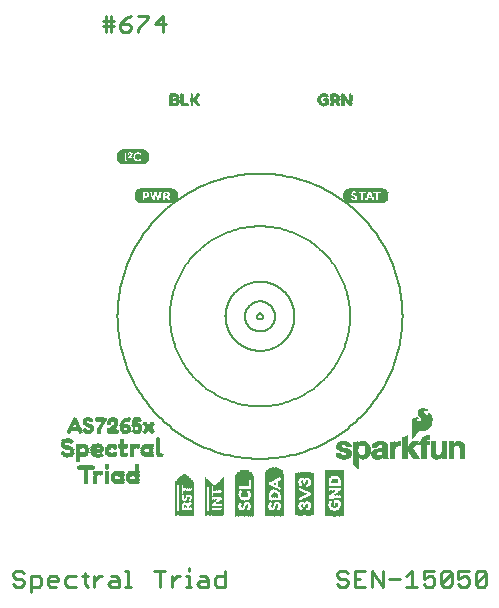
<source format=gto>
G75*
%MOIN*%
%OFA0B0*%
%FSLAX25Y25*%
%IPPOS*%
%LPD*%
%AMOC8*
5,1,8,0,0,1.08239X$1,22.5*
%
%ADD10C,0.00800*%
%ADD11C,0.00900*%
%ADD12R,0.07205X0.00118*%
%ADD13R,0.07913X0.00118*%
%ADD14R,0.08386X0.00079*%
%ADD15R,0.08858X0.00157*%
%ADD16R,0.09094X0.00118*%
%ADD17R,0.09331X0.00118*%
%ADD18R,0.09567X0.00079*%
%ADD19R,0.03661X0.00118*%
%ADD20R,0.02126X0.00118*%
%ADD21R,0.02953X0.00118*%
%ADD22R,0.02244X0.00157*%
%ADD23R,0.00591X0.00157*%
%ADD24R,0.01535X0.00157*%
%ADD25R,0.02598X0.00157*%
%ADD26R,0.02244X0.00118*%
%ADD27R,0.00472X0.00118*%
%ADD28R,0.01181X0.00118*%
%ADD29R,0.02362X0.00118*%
%ADD30R,0.00945X0.00118*%
%ADD31R,0.00354X0.00118*%
%ADD32R,0.00827X0.00118*%
%ADD33R,0.02480X0.00157*%
%ADD34R,0.00354X0.00157*%
%ADD35R,0.00236X0.00157*%
%ADD36R,0.02480X0.00118*%
%ADD37R,0.02598X0.00118*%
%ADD38R,0.01063X0.00118*%
%ADD39R,0.02835X0.00118*%
%ADD40R,0.00472X0.00157*%
%ADD41R,0.04252X0.00157*%
%ADD42R,0.04370X0.00118*%
%ADD43R,0.00591X0.00118*%
%ADD44R,0.04488X0.00118*%
%ADD45R,0.00709X0.00157*%
%ADD46R,0.04488X0.00157*%
%ADD47R,0.00236X0.00118*%
%ADD48R,0.00118X0.00118*%
%ADD49R,0.00118X0.00157*%
%ADD50R,0.04370X0.00157*%
%ADD51R,0.04252X0.00118*%
%ADD52R,0.02717X0.00118*%
%ADD53R,0.03071X0.00157*%
%ADD54R,0.03425X0.00118*%
%ADD55R,0.09567X0.00118*%
%ADD56R,0.08858X0.00118*%
%ADD57R,0.08386X0.00118*%
%ADD58R,0.10748X0.00118*%
%ADD59R,0.11457X0.00118*%
%ADD60R,0.11929X0.00079*%
%ADD61R,0.12402X0.00157*%
%ADD62R,0.12638X0.00118*%
%ADD63R,0.12874X0.00118*%
%ADD64R,0.13110X0.00079*%
%ADD65R,0.04961X0.00118*%
%ADD66R,0.03071X0.00118*%
%ADD67R,0.05079X0.00118*%
%ADD68R,0.00945X0.00157*%
%ADD69R,0.01181X0.00157*%
%ADD70R,0.02835X0.00157*%
%ADD71R,0.00709X0.00118*%
%ADD72R,0.00827X0.00157*%
%ADD73R,0.01299X0.00118*%
%ADD74R,0.01654X0.00118*%
%ADD75R,0.01063X0.00157*%
%ADD76R,0.02126X0.00157*%
%ADD77R,0.01417X0.00118*%
%ADD78R,0.13110X0.00118*%
%ADD79R,0.12402X0.00118*%
%ADD80R,0.11929X0.00118*%
%ADD81R,0.00197X0.00197*%
%ADD82R,0.01378X0.00197*%
%ADD83R,0.02756X0.00197*%
%ADD84R,0.01181X0.00197*%
%ADD85R,0.00394X0.00197*%
%ADD86R,0.02165X0.00197*%
%ADD87R,0.00984X0.00197*%
%ADD88R,0.02362X0.00197*%
%ADD89R,0.03740X0.00197*%
%ADD90R,0.01969X0.00197*%
%ADD91R,0.01772X0.00197*%
%ADD92R,0.02559X0.00197*%
%ADD93R,0.02953X0.00197*%
%ADD94R,0.03150X0.00197*%
%ADD95R,0.01575X0.00197*%
%ADD96R,0.03346X0.00197*%
%ADD97R,0.03543X0.00197*%
%ADD98R,0.00591X0.00197*%
%ADD99R,0.00787X0.00197*%
%ADD100R,0.01575X0.00236*%
%ADD101R,0.01378X0.00236*%
%ADD102R,0.02559X0.00236*%
%ADD103R,0.01969X0.00236*%
%ADD104R,0.03543X0.00236*%
%ADD105R,0.03150X0.00236*%
%ADD106R,0.02756X0.00236*%
%ADD107R,0.03937X0.00197*%
%ADD108R,0.04134X0.00197*%
%ADD109R,0.04331X0.00197*%
%ADD110R,0.04528X0.00197*%
%ADD111R,0.04724X0.00236*%
%ADD112R,0.03346X0.00236*%
%ADD113R,0.01181X0.00236*%
%ADD114R,0.00984X0.00236*%
%ADD115R,0.04921X0.00197*%
%ADD116R,0.05315X0.00197*%
%ADD117R,0.03937X0.00236*%
%ADD118R,0.02362X0.00236*%
%ADD119R,0.00945X0.00236*%
%ADD120R,0.01654X0.00236*%
%ADD121R,0.01417X0.00236*%
%ADD122R,0.02598X0.00236*%
%ADD123R,0.00709X0.00236*%
%ADD124R,0.03307X0.00236*%
%ADD125R,0.03780X0.00236*%
%ADD126R,0.04016X0.00236*%
%ADD127R,0.01890X0.00236*%
%ADD128R,0.00472X0.00236*%
%ADD129R,0.03071X0.00236*%
%ADD130R,0.02835X0.00236*%
%ADD131R,0.04252X0.00236*%
%ADD132R,0.04488X0.00236*%
%ADD133R,0.02126X0.00236*%
%ADD134R,0.00236X0.00236*%
%ADD135R,0.12165X0.00118*%
%ADD136R,0.12638X0.00079*%
%ADD137R,0.13110X0.00157*%
%ADD138R,0.13346X0.00118*%
%ADD139R,0.13583X0.00118*%
%ADD140R,0.13819X0.00079*%
%ADD141R,0.10630X0.00118*%
%ADD142R,0.02008X0.00118*%
%ADD143R,0.02362X0.00157*%
%ADD144R,0.01535X0.00118*%
%ADD145R,0.03543X0.00118*%
%ADD146R,0.01299X0.00157*%
%ADD147R,0.03543X0.00157*%
%ADD148R,0.01772X0.00118*%
%ADD149R,0.02717X0.00157*%
%ADD150R,0.03189X0.00118*%
%ADD151R,0.03898X0.00157*%
%ADD152R,0.03425X0.00157*%
%ADD153R,0.03307X0.00118*%
%ADD154R,0.01417X0.00157*%
%ADD155R,0.01654X0.00157*%
%ADD156R,0.03189X0.00157*%
%ADD157R,0.13819X0.00118*%
%ADD158R,0.04961X0.00236*%
%ADD159R,0.05906X0.00236*%
%ADD160R,0.05433X0.00236*%
%ADD161R,0.01732X0.00157*%
%ADD162R,0.00157X0.00157*%
%ADD163R,0.00315X0.00157*%
%ADD164R,0.02520X0.00157*%
%ADD165R,0.00787X0.00157*%
%ADD166R,0.01102X0.00157*%
%ADD167R,0.02992X0.00157*%
%ADD168R,0.01260X0.00157*%
%ADD169R,0.03150X0.00157*%
%ADD170R,0.01575X0.00157*%
%ADD171R,0.02205X0.00157*%
%ADD172R,0.02047X0.00157*%
%ADD173R,0.01890X0.00157*%
%ADD174R,0.03307X0.00157*%
%ADD175R,0.02677X0.00157*%
%ADD176R,0.00630X0.00157*%
%ADD177R,0.03465X0.00157*%
%ADD178R,0.00157X0.15276*%
%ADD179R,0.00157X0.03307*%
%ADD180R,0.00157X0.11024*%
%ADD181R,0.00157X0.02992*%
%ADD182R,0.00157X0.01260*%
%ADD183R,0.00157X0.01890*%
%ADD184R,0.00157X0.00630*%
%ADD185R,0.00157X0.02677*%
%ADD186R,0.00157X0.00787*%
%ADD187R,0.00157X0.01575*%
%ADD188R,0.00157X0.00472*%
%ADD189R,0.00157X0.02520*%
%ADD190R,0.00157X0.01417*%
%ADD191R,0.00157X0.02205*%
%ADD192R,0.00157X0.02362*%
%ADD193R,0.00157X0.02047*%
%ADD194R,0.00157X0.01102*%
%ADD195R,0.00157X0.00945*%
%ADD196R,0.00157X0.02835*%
%ADD197R,0.00157X0.01732*%
%ADD198R,0.00157X0.00315*%
%ADD199R,0.00157X0.03150*%
%ADD200R,0.00157X0.14331*%
%ADD201R,0.00157X0.07087*%
%ADD202R,0.00157X0.03465*%
%ADD203R,0.00157X0.13858*%
%ADD204R,0.00157X0.14646*%
%ADD205R,0.00157X0.14961*%
%ADD206R,0.00157X0.15118*%
%ADD207R,0.00157X0.15433*%
%ADD208R,0.00157X0.11969*%
%ADD209R,0.00157X0.04567*%
%ADD210R,0.00157X0.04409*%
%ADD211R,0.00157X0.04252*%
%ADD212R,0.00157X0.04094*%
%ADD213R,0.00157X0.03937*%
%ADD214R,0.00157X0.03780*%
%ADD215R,0.00157X0.12913*%
%ADD216R,0.00157X0.13386*%
%ADD217R,0.00157X0.13701*%
%ADD218R,0.00157X0.14016*%
%ADD219R,0.00157X0.14173*%
%ADD220R,0.00157X0.14488*%
%ADD221R,0.00157X0.04882*%
%ADD222R,0.00157X0.05039*%
%ADD223R,0.00157X0.05197*%
%ADD224R,0.00157X0.03622*%
%ADD225R,0.00157X0.12756*%
%ADD226R,0.00157X0.12598*%
%ADD227R,0.00157X0.12441*%
%ADD228R,0.00157X0.12283*%
%ADD229R,0.00157X0.11181*%
%ADD230R,0.00157X0.10866*%
%ADD231R,0.00157X0.10709*%
%ADD232R,0.00157X0.12126*%
%ADD233R,0.00157X0.11496*%
%ADD234R,0.00157X0.11654*%
%ADD235R,0.00157X0.13071*%
%ADD236R,0.00157X0.13228*%
%ADD237R,0.00157X0.11811*%
%ADD238C,0.00300*%
D10*
X0063905Y0200000D02*
X0063919Y0201166D01*
X0063962Y0202331D01*
X0064034Y0203495D01*
X0064134Y0204656D01*
X0064262Y0205815D01*
X0064419Y0206970D01*
X0064604Y0208121D01*
X0064818Y0209267D01*
X0065059Y0210408D01*
X0065329Y0211542D01*
X0065626Y0212670D01*
X0065950Y0213789D01*
X0066303Y0214901D01*
X0066682Y0216003D01*
X0067088Y0217096D01*
X0067521Y0218179D01*
X0067980Y0219250D01*
X0068466Y0220310D01*
X0068977Y0221358D01*
X0069514Y0222393D01*
X0070076Y0223414D01*
X0070663Y0224421D01*
X0071275Y0225414D01*
X0071911Y0226391D01*
X0072570Y0227353D01*
X0073253Y0228298D01*
X0073959Y0229225D01*
X0074688Y0230136D01*
X0075438Y0231028D01*
X0076211Y0231901D01*
X0077004Y0232755D01*
X0077818Y0233590D01*
X0078653Y0234404D01*
X0079507Y0235197D01*
X0080380Y0235970D01*
X0081272Y0236720D01*
X0082183Y0237449D01*
X0083110Y0238155D01*
X0084055Y0238838D01*
X0085017Y0239497D01*
X0085994Y0240133D01*
X0086987Y0240745D01*
X0087994Y0241332D01*
X0089015Y0241894D01*
X0090050Y0242431D01*
X0091098Y0242942D01*
X0092158Y0243428D01*
X0093229Y0243887D01*
X0094312Y0244320D01*
X0095405Y0244726D01*
X0096507Y0245105D01*
X0097619Y0245458D01*
X0098738Y0245782D01*
X0099866Y0246079D01*
X0101000Y0246349D01*
X0102141Y0246590D01*
X0103287Y0246804D01*
X0104438Y0246989D01*
X0105593Y0247146D01*
X0106752Y0247274D01*
X0107913Y0247374D01*
X0109077Y0247446D01*
X0110242Y0247489D01*
X0111408Y0247503D01*
X0112574Y0247489D01*
X0113739Y0247446D01*
X0114903Y0247374D01*
X0116064Y0247274D01*
X0117223Y0247146D01*
X0118378Y0246989D01*
X0119529Y0246804D01*
X0120675Y0246590D01*
X0121816Y0246349D01*
X0122950Y0246079D01*
X0124078Y0245782D01*
X0125197Y0245458D01*
X0126309Y0245105D01*
X0127411Y0244726D01*
X0128504Y0244320D01*
X0129587Y0243887D01*
X0130658Y0243428D01*
X0131718Y0242942D01*
X0132766Y0242431D01*
X0133801Y0241894D01*
X0134822Y0241332D01*
X0135829Y0240745D01*
X0136822Y0240133D01*
X0137799Y0239497D01*
X0138761Y0238838D01*
X0139706Y0238155D01*
X0140633Y0237449D01*
X0141544Y0236720D01*
X0142436Y0235970D01*
X0143309Y0235197D01*
X0144163Y0234404D01*
X0144998Y0233590D01*
X0145812Y0232755D01*
X0146605Y0231901D01*
X0147378Y0231028D01*
X0148128Y0230136D01*
X0148857Y0229225D01*
X0149563Y0228298D01*
X0150246Y0227353D01*
X0150905Y0226391D01*
X0151541Y0225414D01*
X0152153Y0224421D01*
X0152740Y0223414D01*
X0153302Y0222393D01*
X0153839Y0221358D01*
X0154350Y0220310D01*
X0154836Y0219250D01*
X0155295Y0218179D01*
X0155728Y0217096D01*
X0156134Y0216003D01*
X0156513Y0214901D01*
X0156866Y0213789D01*
X0157190Y0212670D01*
X0157487Y0211542D01*
X0157757Y0210408D01*
X0157998Y0209267D01*
X0158212Y0208121D01*
X0158397Y0206970D01*
X0158554Y0205815D01*
X0158682Y0204656D01*
X0158782Y0203495D01*
X0158854Y0202331D01*
X0158897Y0201166D01*
X0158911Y0200000D01*
X0158897Y0198834D01*
X0158854Y0197669D01*
X0158782Y0196505D01*
X0158682Y0195344D01*
X0158554Y0194185D01*
X0158397Y0193030D01*
X0158212Y0191879D01*
X0157998Y0190733D01*
X0157757Y0189592D01*
X0157487Y0188458D01*
X0157190Y0187330D01*
X0156866Y0186211D01*
X0156513Y0185099D01*
X0156134Y0183997D01*
X0155728Y0182904D01*
X0155295Y0181821D01*
X0154836Y0180750D01*
X0154350Y0179690D01*
X0153839Y0178642D01*
X0153302Y0177607D01*
X0152740Y0176586D01*
X0152153Y0175579D01*
X0151541Y0174586D01*
X0150905Y0173609D01*
X0150246Y0172647D01*
X0149563Y0171702D01*
X0148857Y0170775D01*
X0148128Y0169864D01*
X0147378Y0168972D01*
X0146605Y0168099D01*
X0145812Y0167245D01*
X0144998Y0166410D01*
X0144163Y0165596D01*
X0143309Y0164803D01*
X0142436Y0164030D01*
X0141544Y0163280D01*
X0140633Y0162551D01*
X0139706Y0161845D01*
X0138761Y0161162D01*
X0137799Y0160503D01*
X0136822Y0159867D01*
X0135829Y0159255D01*
X0134822Y0158668D01*
X0133801Y0158106D01*
X0132766Y0157569D01*
X0131718Y0157058D01*
X0130658Y0156572D01*
X0129587Y0156113D01*
X0128504Y0155680D01*
X0127411Y0155274D01*
X0126309Y0154895D01*
X0125197Y0154542D01*
X0124078Y0154218D01*
X0122950Y0153921D01*
X0121816Y0153651D01*
X0120675Y0153410D01*
X0119529Y0153196D01*
X0118378Y0153011D01*
X0117223Y0152854D01*
X0116064Y0152726D01*
X0114903Y0152626D01*
X0113739Y0152554D01*
X0112574Y0152511D01*
X0111408Y0152497D01*
X0110242Y0152511D01*
X0109077Y0152554D01*
X0107913Y0152626D01*
X0106752Y0152726D01*
X0105593Y0152854D01*
X0104438Y0153011D01*
X0103287Y0153196D01*
X0102141Y0153410D01*
X0101000Y0153651D01*
X0099866Y0153921D01*
X0098738Y0154218D01*
X0097619Y0154542D01*
X0096507Y0154895D01*
X0095405Y0155274D01*
X0094312Y0155680D01*
X0093229Y0156113D01*
X0092158Y0156572D01*
X0091098Y0157058D01*
X0090050Y0157569D01*
X0089015Y0158106D01*
X0087994Y0158668D01*
X0086987Y0159255D01*
X0085994Y0159867D01*
X0085017Y0160503D01*
X0084055Y0161162D01*
X0083110Y0161845D01*
X0082183Y0162551D01*
X0081272Y0163280D01*
X0080380Y0164030D01*
X0079507Y0164803D01*
X0078653Y0165596D01*
X0077818Y0166410D01*
X0077004Y0167245D01*
X0076211Y0168099D01*
X0075438Y0168972D01*
X0074688Y0169864D01*
X0073959Y0170775D01*
X0073253Y0171702D01*
X0072570Y0172647D01*
X0071911Y0173609D01*
X0071275Y0174586D01*
X0070663Y0175579D01*
X0070076Y0176586D01*
X0069514Y0177607D01*
X0068977Y0178642D01*
X0068466Y0179690D01*
X0067980Y0180750D01*
X0067521Y0181821D01*
X0067088Y0182904D01*
X0066682Y0183997D01*
X0066303Y0185099D01*
X0065950Y0186211D01*
X0065626Y0187330D01*
X0065329Y0188458D01*
X0065059Y0189592D01*
X0064818Y0190733D01*
X0064604Y0191879D01*
X0064419Y0193030D01*
X0064262Y0194185D01*
X0064134Y0195344D01*
X0064034Y0196505D01*
X0063962Y0197669D01*
X0063919Y0198834D01*
X0063905Y0200000D01*
X0099908Y0200000D02*
X0099911Y0200282D01*
X0099922Y0200564D01*
X0099939Y0200846D01*
X0099963Y0201127D01*
X0099994Y0201408D01*
X0100032Y0201687D01*
X0100077Y0201966D01*
X0100129Y0202244D01*
X0100187Y0202520D01*
X0100253Y0202794D01*
X0100325Y0203067D01*
X0100403Y0203338D01*
X0100488Y0203607D01*
X0100580Y0203874D01*
X0100679Y0204139D01*
X0100783Y0204401D01*
X0100895Y0204660D01*
X0101012Y0204917D01*
X0101136Y0205171D01*
X0101266Y0205421D01*
X0101402Y0205668D01*
X0101544Y0205912D01*
X0101692Y0206152D01*
X0101846Y0206389D01*
X0102006Y0206622D01*
X0102171Y0206851D01*
X0102342Y0207075D01*
X0102518Y0207296D01*
X0102700Y0207511D01*
X0102887Y0207723D01*
X0103079Y0207930D01*
X0103276Y0208132D01*
X0103478Y0208329D01*
X0103685Y0208521D01*
X0103897Y0208708D01*
X0104112Y0208890D01*
X0104333Y0209066D01*
X0104557Y0209237D01*
X0104786Y0209402D01*
X0105019Y0209562D01*
X0105256Y0209716D01*
X0105496Y0209864D01*
X0105740Y0210006D01*
X0105987Y0210142D01*
X0106237Y0210272D01*
X0106491Y0210396D01*
X0106748Y0210513D01*
X0107007Y0210625D01*
X0107269Y0210729D01*
X0107534Y0210828D01*
X0107801Y0210920D01*
X0108070Y0211005D01*
X0108341Y0211083D01*
X0108614Y0211155D01*
X0108888Y0211221D01*
X0109164Y0211279D01*
X0109442Y0211331D01*
X0109721Y0211376D01*
X0110000Y0211414D01*
X0110281Y0211445D01*
X0110562Y0211469D01*
X0110844Y0211486D01*
X0111126Y0211497D01*
X0111408Y0211500D01*
X0111690Y0211497D01*
X0111972Y0211486D01*
X0112254Y0211469D01*
X0112535Y0211445D01*
X0112816Y0211414D01*
X0113095Y0211376D01*
X0113374Y0211331D01*
X0113652Y0211279D01*
X0113928Y0211221D01*
X0114202Y0211155D01*
X0114475Y0211083D01*
X0114746Y0211005D01*
X0115015Y0210920D01*
X0115282Y0210828D01*
X0115547Y0210729D01*
X0115809Y0210625D01*
X0116068Y0210513D01*
X0116325Y0210396D01*
X0116579Y0210272D01*
X0116829Y0210142D01*
X0117076Y0210006D01*
X0117320Y0209864D01*
X0117560Y0209716D01*
X0117797Y0209562D01*
X0118030Y0209402D01*
X0118259Y0209237D01*
X0118483Y0209066D01*
X0118704Y0208890D01*
X0118919Y0208708D01*
X0119131Y0208521D01*
X0119338Y0208329D01*
X0119540Y0208132D01*
X0119737Y0207930D01*
X0119929Y0207723D01*
X0120116Y0207511D01*
X0120298Y0207296D01*
X0120474Y0207075D01*
X0120645Y0206851D01*
X0120810Y0206622D01*
X0120970Y0206389D01*
X0121124Y0206152D01*
X0121272Y0205912D01*
X0121414Y0205668D01*
X0121550Y0205421D01*
X0121680Y0205171D01*
X0121804Y0204917D01*
X0121921Y0204660D01*
X0122033Y0204401D01*
X0122137Y0204139D01*
X0122236Y0203874D01*
X0122328Y0203607D01*
X0122413Y0203338D01*
X0122491Y0203067D01*
X0122563Y0202794D01*
X0122629Y0202520D01*
X0122687Y0202244D01*
X0122739Y0201966D01*
X0122784Y0201687D01*
X0122822Y0201408D01*
X0122853Y0201127D01*
X0122877Y0200846D01*
X0122894Y0200564D01*
X0122905Y0200282D01*
X0122908Y0200000D01*
X0122905Y0199718D01*
X0122894Y0199436D01*
X0122877Y0199154D01*
X0122853Y0198873D01*
X0122822Y0198592D01*
X0122784Y0198313D01*
X0122739Y0198034D01*
X0122687Y0197756D01*
X0122629Y0197480D01*
X0122563Y0197206D01*
X0122491Y0196933D01*
X0122413Y0196662D01*
X0122328Y0196393D01*
X0122236Y0196126D01*
X0122137Y0195861D01*
X0122033Y0195599D01*
X0121921Y0195340D01*
X0121804Y0195083D01*
X0121680Y0194829D01*
X0121550Y0194579D01*
X0121414Y0194332D01*
X0121272Y0194088D01*
X0121124Y0193848D01*
X0120970Y0193611D01*
X0120810Y0193378D01*
X0120645Y0193149D01*
X0120474Y0192925D01*
X0120298Y0192704D01*
X0120116Y0192489D01*
X0119929Y0192277D01*
X0119737Y0192070D01*
X0119540Y0191868D01*
X0119338Y0191671D01*
X0119131Y0191479D01*
X0118919Y0191292D01*
X0118704Y0191110D01*
X0118483Y0190934D01*
X0118259Y0190763D01*
X0118030Y0190598D01*
X0117797Y0190438D01*
X0117560Y0190284D01*
X0117320Y0190136D01*
X0117076Y0189994D01*
X0116829Y0189858D01*
X0116579Y0189728D01*
X0116325Y0189604D01*
X0116068Y0189487D01*
X0115809Y0189375D01*
X0115547Y0189271D01*
X0115282Y0189172D01*
X0115015Y0189080D01*
X0114746Y0188995D01*
X0114475Y0188917D01*
X0114202Y0188845D01*
X0113928Y0188779D01*
X0113652Y0188721D01*
X0113374Y0188669D01*
X0113095Y0188624D01*
X0112816Y0188586D01*
X0112535Y0188555D01*
X0112254Y0188531D01*
X0111972Y0188514D01*
X0111690Y0188503D01*
X0111408Y0188500D01*
X0111126Y0188503D01*
X0110844Y0188514D01*
X0110562Y0188531D01*
X0110281Y0188555D01*
X0110000Y0188586D01*
X0109721Y0188624D01*
X0109442Y0188669D01*
X0109164Y0188721D01*
X0108888Y0188779D01*
X0108614Y0188845D01*
X0108341Y0188917D01*
X0108070Y0188995D01*
X0107801Y0189080D01*
X0107534Y0189172D01*
X0107269Y0189271D01*
X0107007Y0189375D01*
X0106748Y0189487D01*
X0106491Y0189604D01*
X0106237Y0189728D01*
X0105987Y0189858D01*
X0105740Y0189994D01*
X0105496Y0190136D01*
X0105256Y0190284D01*
X0105019Y0190438D01*
X0104786Y0190598D01*
X0104557Y0190763D01*
X0104333Y0190934D01*
X0104112Y0191110D01*
X0103897Y0191292D01*
X0103685Y0191479D01*
X0103478Y0191671D01*
X0103276Y0191868D01*
X0103079Y0192070D01*
X0102887Y0192277D01*
X0102700Y0192489D01*
X0102518Y0192704D01*
X0102342Y0192925D01*
X0102171Y0193149D01*
X0102006Y0193378D01*
X0101846Y0193611D01*
X0101692Y0193848D01*
X0101544Y0194088D01*
X0101402Y0194332D01*
X0101266Y0194579D01*
X0101136Y0194829D01*
X0101012Y0195083D01*
X0100895Y0195340D01*
X0100783Y0195599D01*
X0100679Y0195861D01*
X0100580Y0196126D01*
X0100488Y0196393D01*
X0100403Y0196662D01*
X0100325Y0196933D01*
X0100253Y0197206D01*
X0100187Y0197480D01*
X0100129Y0197756D01*
X0100077Y0198034D01*
X0100032Y0198313D01*
X0099994Y0198592D01*
X0099963Y0198873D01*
X0099939Y0199154D01*
X0099922Y0199436D01*
X0099911Y0199718D01*
X0099908Y0200000D01*
X0081408Y0200000D02*
X0081417Y0200736D01*
X0081444Y0201472D01*
X0081489Y0202207D01*
X0081552Y0202941D01*
X0081634Y0203672D01*
X0081733Y0204402D01*
X0081850Y0205129D01*
X0081984Y0205853D01*
X0082137Y0206573D01*
X0082307Y0207289D01*
X0082495Y0208001D01*
X0082700Y0208709D01*
X0082922Y0209410D01*
X0083162Y0210107D01*
X0083418Y0210797D01*
X0083692Y0211481D01*
X0083982Y0212157D01*
X0084288Y0212827D01*
X0084611Y0213488D01*
X0084950Y0214142D01*
X0085305Y0214787D01*
X0085676Y0215423D01*
X0086062Y0216050D01*
X0086464Y0216667D01*
X0086880Y0217274D01*
X0087312Y0217871D01*
X0087758Y0218457D01*
X0088218Y0219032D01*
X0088692Y0219595D01*
X0089179Y0220147D01*
X0089681Y0220686D01*
X0090195Y0221213D01*
X0090722Y0221727D01*
X0091261Y0222229D01*
X0091813Y0222716D01*
X0092376Y0223190D01*
X0092951Y0223650D01*
X0093537Y0224096D01*
X0094134Y0224528D01*
X0094741Y0224944D01*
X0095358Y0225346D01*
X0095985Y0225732D01*
X0096621Y0226103D01*
X0097266Y0226458D01*
X0097920Y0226797D01*
X0098581Y0227120D01*
X0099251Y0227426D01*
X0099927Y0227716D01*
X0100611Y0227990D01*
X0101301Y0228246D01*
X0101998Y0228486D01*
X0102699Y0228708D01*
X0103407Y0228913D01*
X0104119Y0229101D01*
X0104835Y0229271D01*
X0105555Y0229424D01*
X0106279Y0229558D01*
X0107006Y0229675D01*
X0107736Y0229774D01*
X0108467Y0229856D01*
X0109201Y0229919D01*
X0109936Y0229964D01*
X0110672Y0229991D01*
X0111408Y0230000D01*
X0112144Y0229991D01*
X0112880Y0229964D01*
X0113615Y0229919D01*
X0114349Y0229856D01*
X0115080Y0229774D01*
X0115810Y0229675D01*
X0116537Y0229558D01*
X0117261Y0229424D01*
X0117981Y0229271D01*
X0118697Y0229101D01*
X0119409Y0228913D01*
X0120117Y0228708D01*
X0120818Y0228486D01*
X0121515Y0228246D01*
X0122205Y0227990D01*
X0122889Y0227716D01*
X0123565Y0227426D01*
X0124235Y0227120D01*
X0124896Y0226797D01*
X0125550Y0226458D01*
X0126195Y0226103D01*
X0126831Y0225732D01*
X0127458Y0225346D01*
X0128075Y0224944D01*
X0128682Y0224528D01*
X0129279Y0224096D01*
X0129865Y0223650D01*
X0130440Y0223190D01*
X0131003Y0222716D01*
X0131555Y0222229D01*
X0132094Y0221727D01*
X0132621Y0221213D01*
X0133135Y0220686D01*
X0133637Y0220147D01*
X0134124Y0219595D01*
X0134598Y0219032D01*
X0135058Y0218457D01*
X0135504Y0217871D01*
X0135936Y0217274D01*
X0136352Y0216667D01*
X0136754Y0216050D01*
X0137140Y0215423D01*
X0137511Y0214787D01*
X0137866Y0214142D01*
X0138205Y0213488D01*
X0138528Y0212827D01*
X0138834Y0212157D01*
X0139124Y0211481D01*
X0139398Y0210797D01*
X0139654Y0210107D01*
X0139894Y0209410D01*
X0140116Y0208709D01*
X0140321Y0208001D01*
X0140509Y0207289D01*
X0140679Y0206573D01*
X0140832Y0205853D01*
X0140966Y0205129D01*
X0141083Y0204402D01*
X0141182Y0203672D01*
X0141264Y0202941D01*
X0141327Y0202207D01*
X0141372Y0201472D01*
X0141399Y0200736D01*
X0141408Y0200000D01*
X0141399Y0199264D01*
X0141372Y0198528D01*
X0141327Y0197793D01*
X0141264Y0197059D01*
X0141182Y0196328D01*
X0141083Y0195598D01*
X0140966Y0194871D01*
X0140832Y0194147D01*
X0140679Y0193427D01*
X0140509Y0192711D01*
X0140321Y0191999D01*
X0140116Y0191291D01*
X0139894Y0190590D01*
X0139654Y0189893D01*
X0139398Y0189203D01*
X0139124Y0188519D01*
X0138834Y0187843D01*
X0138528Y0187173D01*
X0138205Y0186512D01*
X0137866Y0185858D01*
X0137511Y0185213D01*
X0137140Y0184577D01*
X0136754Y0183950D01*
X0136352Y0183333D01*
X0135936Y0182726D01*
X0135504Y0182129D01*
X0135058Y0181543D01*
X0134598Y0180968D01*
X0134124Y0180405D01*
X0133637Y0179853D01*
X0133135Y0179314D01*
X0132621Y0178787D01*
X0132094Y0178273D01*
X0131555Y0177771D01*
X0131003Y0177284D01*
X0130440Y0176810D01*
X0129865Y0176350D01*
X0129279Y0175904D01*
X0128682Y0175472D01*
X0128075Y0175056D01*
X0127458Y0174654D01*
X0126831Y0174268D01*
X0126195Y0173897D01*
X0125550Y0173542D01*
X0124896Y0173203D01*
X0124235Y0172880D01*
X0123565Y0172574D01*
X0122889Y0172284D01*
X0122205Y0172010D01*
X0121515Y0171754D01*
X0120818Y0171514D01*
X0120117Y0171292D01*
X0119409Y0171087D01*
X0118697Y0170899D01*
X0117981Y0170729D01*
X0117261Y0170576D01*
X0116537Y0170442D01*
X0115810Y0170325D01*
X0115080Y0170226D01*
X0114349Y0170144D01*
X0113615Y0170081D01*
X0112880Y0170036D01*
X0112144Y0170009D01*
X0111408Y0170000D01*
X0110672Y0170009D01*
X0109936Y0170036D01*
X0109201Y0170081D01*
X0108467Y0170144D01*
X0107736Y0170226D01*
X0107006Y0170325D01*
X0106279Y0170442D01*
X0105555Y0170576D01*
X0104835Y0170729D01*
X0104119Y0170899D01*
X0103407Y0171087D01*
X0102699Y0171292D01*
X0101998Y0171514D01*
X0101301Y0171754D01*
X0100611Y0172010D01*
X0099927Y0172284D01*
X0099251Y0172574D01*
X0098581Y0172880D01*
X0097920Y0173203D01*
X0097266Y0173542D01*
X0096621Y0173897D01*
X0095985Y0174268D01*
X0095358Y0174654D01*
X0094741Y0175056D01*
X0094134Y0175472D01*
X0093537Y0175904D01*
X0092951Y0176350D01*
X0092376Y0176810D01*
X0091813Y0177284D01*
X0091261Y0177771D01*
X0090722Y0178273D01*
X0090195Y0178787D01*
X0089681Y0179314D01*
X0089179Y0179853D01*
X0088692Y0180405D01*
X0088218Y0180968D01*
X0087758Y0181543D01*
X0087312Y0182129D01*
X0086880Y0182726D01*
X0086464Y0183333D01*
X0086062Y0183950D01*
X0085676Y0184577D01*
X0085305Y0185213D01*
X0084950Y0185858D01*
X0084611Y0186512D01*
X0084288Y0187173D01*
X0083982Y0187843D01*
X0083692Y0188519D01*
X0083418Y0189203D01*
X0083162Y0189893D01*
X0082922Y0190590D01*
X0082700Y0191291D01*
X0082495Y0191999D01*
X0082307Y0192711D01*
X0082137Y0193427D01*
X0081984Y0194147D01*
X0081850Y0194871D01*
X0081733Y0195598D01*
X0081634Y0196328D01*
X0081552Y0197059D01*
X0081489Y0197793D01*
X0081444Y0198528D01*
X0081417Y0199264D01*
X0081408Y0200000D01*
X0110408Y0200000D02*
X0110410Y0200063D01*
X0110416Y0200125D01*
X0110426Y0200187D01*
X0110439Y0200249D01*
X0110457Y0200309D01*
X0110478Y0200368D01*
X0110503Y0200426D01*
X0110532Y0200482D01*
X0110564Y0200536D01*
X0110599Y0200588D01*
X0110637Y0200637D01*
X0110679Y0200685D01*
X0110723Y0200729D01*
X0110771Y0200771D01*
X0110820Y0200809D01*
X0110872Y0200844D01*
X0110926Y0200876D01*
X0110982Y0200905D01*
X0111040Y0200930D01*
X0111099Y0200951D01*
X0111159Y0200969D01*
X0111221Y0200982D01*
X0111283Y0200992D01*
X0111345Y0200998D01*
X0111408Y0201000D01*
X0111471Y0200998D01*
X0111533Y0200992D01*
X0111595Y0200982D01*
X0111657Y0200969D01*
X0111717Y0200951D01*
X0111776Y0200930D01*
X0111834Y0200905D01*
X0111890Y0200876D01*
X0111944Y0200844D01*
X0111996Y0200809D01*
X0112045Y0200771D01*
X0112093Y0200729D01*
X0112137Y0200685D01*
X0112179Y0200637D01*
X0112217Y0200588D01*
X0112252Y0200536D01*
X0112284Y0200482D01*
X0112313Y0200426D01*
X0112338Y0200368D01*
X0112359Y0200309D01*
X0112377Y0200249D01*
X0112390Y0200187D01*
X0112400Y0200125D01*
X0112406Y0200063D01*
X0112408Y0200000D01*
X0112406Y0199937D01*
X0112400Y0199875D01*
X0112390Y0199813D01*
X0112377Y0199751D01*
X0112359Y0199691D01*
X0112338Y0199632D01*
X0112313Y0199574D01*
X0112284Y0199518D01*
X0112252Y0199464D01*
X0112217Y0199412D01*
X0112179Y0199363D01*
X0112137Y0199315D01*
X0112093Y0199271D01*
X0112045Y0199229D01*
X0111996Y0199191D01*
X0111944Y0199156D01*
X0111890Y0199124D01*
X0111834Y0199095D01*
X0111776Y0199070D01*
X0111717Y0199049D01*
X0111657Y0199031D01*
X0111595Y0199018D01*
X0111533Y0199008D01*
X0111471Y0199002D01*
X0111408Y0199000D01*
X0111345Y0199002D01*
X0111283Y0199008D01*
X0111221Y0199018D01*
X0111159Y0199031D01*
X0111099Y0199049D01*
X0111040Y0199070D01*
X0110982Y0199095D01*
X0110926Y0199124D01*
X0110872Y0199156D01*
X0110820Y0199191D01*
X0110771Y0199229D01*
X0110723Y0199271D01*
X0110679Y0199315D01*
X0110637Y0199363D01*
X0110599Y0199412D01*
X0110564Y0199464D01*
X0110532Y0199518D01*
X0110503Y0199574D01*
X0110478Y0199632D01*
X0110457Y0199691D01*
X0110439Y0199751D01*
X0110426Y0199813D01*
X0110416Y0199875D01*
X0110410Y0199937D01*
X0110408Y0200000D01*
X0106408Y0200000D02*
X0106410Y0200141D01*
X0106416Y0200282D01*
X0106426Y0200422D01*
X0106440Y0200562D01*
X0106458Y0200702D01*
X0106479Y0200841D01*
X0106505Y0200980D01*
X0106534Y0201118D01*
X0106568Y0201254D01*
X0106605Y0201390D01*
X0106646Y0201525D01*
X0106691Y0201659D01*
X0106740Y0201791D01*
X0106792Y0201922D01*
X0106848Y0202051D01*
X0106908Y0202178D01*
X0106971Y0202304D01*
X0107037Y0202428D01*
X0107108Y0202551D01*
X0107181Y0202671D01*
X0107258Y0202789D01*
X0107338Y0202905D01*
X0107422Y0203018D01*
X0107508Y0203129D01*
X0107598Y0203238D01*
X0107691Y0203344D01*
X0107786Y0203447D01*
X0107885Y0203548D01*
X0107986Y0203646D01*
X0108090Y0203741D01*
X0108197Y0203833D01*
X0108306Y0203922D01*
X0108418Y0204007D01*
X0108532Y0204090D01*
X0108648Y0204170D01*
X0108767Y0204246D01*
X0108888Y0204318D01*
X0109010Y0204388D01*
X0109135Y0204453D01*
X0109261Y0204516D01*
X0109389Y0204574D01*
X0109519Y0204629D01*
X0109650Y0204681D01*
X0109783Y0204728D01*
X0109917Y0204772D01*
X0110052Y0204813D01*
X0110188Y0204849D01*
X0110325Y0204881D01*
X0110463Y0204910D01*
X0110601Y0204935D01*
X0110741Y0204955D01*
X0110881Y0204972D01*
X0111021Y0204985D01*
X0111162Y0204994D01*
X0111302Y0204999D01*
X0111443Y0205000D01*
X0111584Y0204997D01*
X0111725Y0204990D01*
X0111865Y0204979D01*
X0112005Y0204964D01*
X0112145Y0204945D01*
X0112284Y0204923D01*
X0112422Y0204896D01*
X0112560Y0204866D01*
X0112696Y0204831D01*
X0112832Y0204793D01*
X0112966Y0204751D01*
X0113100Y0204705D01*
X0113232Y0204656D01*
X0113362Y0204602D01*
X0113491Y0204545D01*
X0113618Y0204485D01*
X0113744Y0204421D01*
X0113867Y0204353D01*
X0113989Y0204282D01*
X0114109Y0204208D01*
X0114226Y0204130D01*
X0114341Y0204049D01*
X0114454Y0203965D01*
X0114565Y0203878D01*
X0114673Y0203787D01*
X0114778Y0203694D01*
X0114881Y0203597D01*
X0114981Y0203498D01*
X0115078Y0203396D01*
X0115172Y0203291D01*
X0115263Y0203184D01*
X0115351Y0203074D01*
X0115436Y0202962D01*
X0115518Y0202847D01*
X0115597Y0202730D01*
X0115672Y0202611D01*
X0115744Y0202490D01*
X0115812Y0202367D01*
X0115877Y0202242D01*
X0115939Y0202115D01*
X0115996Y0201986D01*
X0116051Y0201856D01*
X0116101Y0201725D01*
X0116148Y0201592D01*
X0116191Y0201458D01*
X0116230Y0201322D01*
X0116265Y0201186D01*
X0116297Y0201049D01*
X0116324Y0200911D01*
X0116348Y0200772D01*
X0116368Y0200632D01*
X0116384Y0200492D01*
X0116396Y0200352D01*
X0116404Y0200211D01*
X0116408Y0200070D01*
X0116408Y0199930D01*
X0116404Y0199789D01*
X0116396Y0199648D01*
X0116384Y0199508D01*
X0116368Y0199368D01*
X0116348Y0199228D01*
X0116324Y0199089D01*
X0116297Y0198951D01*
X0116265Y0198814D01*
X0116230Y0198678D01*
X0116191Y0198542D01*
X0116148Y0198408D01*
X0116101Y0198275D01*
X0116051Y0198144D01*
X0115996Y0198014D01*
X0115939Y0197885D01*
X0115877Y0197758D01*
X0115812Y0197633D01*
X0115744Y0197510D01*
X0115672Y0197389D01*
X0115597Y0197270D01*
X0115518Y0197153D01*
X0115436Y0197038D01*
X0115351Y0196926D01*
X0115263Y0196816D01*
X0115172Y0196709D01*
X0115078Y0196604D01*
X0114981Y0196502D01*
X0114881Y0196403D01*
X0114778Y0196306D01*
X0114673Y0196213D01*
X0114565Y0196122D01*
X0114454Y0196035D01*
X0114341Y0195951D01*
X0114226Y0195870D01*
X0114109Y0195792D01*
X0113989Y0195718D01*
X0113867Y0195647D01*
X0113744Y0195579D01*
X0113618Y0195515D01*
X0113491Y0195455D01*
X0113362Y0195398D01*
X0113232Y0195344D01*
X0113100Y0195295D01*
X0112966Y0195249D01*
X0112832Y0195207D01*
X0112696Y0195169D01*
X0112560Y0195134D01*
X0112422Y0195104D01*
X0112284Y0195077D01*
X0112145Y0195055D01*
X0112005Y0195036D01*
X0111865Y0195021D01*
X0111725Y0195010D01*
X0111584Y0195003D01*
X0111443Y0195000D01*
X0111302Y0195001D01*
X0111162Y0195006D01*
X0111021Y0195015D01*
X0110881Y0195028D01*
X0110741Y0195045D01*
X0110601Y0195065D01*
X0110463Y0195090D01*
X0110325Y0195119D01*
X0110188Y0195151D01*
X0110052Y0195187D01*
X0109917Y0195228D01*
X0109783Y0195272D01*
X0109650Y0195319D01*
X0109519Y0195371D01*
X0109389Y0195426D01*
X0109261Y0195484D01*
X0109135Y0195547D01*
X0109010Y0195612D01*
X0108888Y0195682D01*
X0108767Y0195754D01*
X0108648Y0195830D01*
X0108532Y0195910D01*
X0108418Y0195993D01*
X0108306Y0196078D01*
X0108197Y0196167D01*
X0108090Y0196259D01*
X0107986Y0196354D01*
X0107885Y0196452D01*
X0107786Y0196553D01*
X0107691Y0196656D01*
X0107598Y0196762D01*
X0107508Y0196871D01*
X0107422Y0196982D01*
X0107338Y0197095D01*
X0107258Y0197211D01*
X0107181Y0197329D01*
X0107108Y0197449D01*
X0107037Y0197572D01*
X0106971Y0197696D01*
X0106908Y0197822D01*
X0106848Y0197949D01*
X0106792Y0198078D01*
X0106740Y0198209D01*
X0106691Y0198341D01*
X0106646Y0198475D01*
X0106605Y0198610D01*
X0106568Y0198746D01*
X0106534Y0198882D01*
X0106505Y0199020D01*
X0106479Y0199159D01*
X0106458Y0199298D01*
X0106440Y0199438D01*
X0106426Y0199578D01*
X0106416Y0199718D01*
X0106410Y0199859D01*
X0106408Y0200000D01*
D11*
X0034915Y0113395D02*
X0034915Y0108040D01*
X0034915Y0109825D02*
X0037592Y0109825D01*
X0038485Y0110718D01*
X0038485Y0112502D01*
X0037592Y0113395D01*
X0034915Y0113395D01*
X0032730Y0114287D02*
X0031837Y0115180D01*
X0030052Y0115180D01*
X0029160Y0114287D01*
X0029160Y0113395D01*
X0030052Y0112502D01*
X0031837Y0112502D01*
X0032730Y0111610D01*
X0032730Y0110718D01*
X0031837Y0109825D01*
X0030052Y0109825D01*
X0029160Y0110718D01*
X0040670Y0110718D02*
X0040670Y0112502D01*
X0041562Y0113395D01*
X0043347Y0113395D01*
X0044239Y0112502D01*
X0044239Y0111610D01*
X0040670Y0111610D01*
X0040670Y0110718D02*
X0041562Y0109825D01*
X0043347Y0109825D01*
X0046425Y0110718D02*
X0047317Y0109825D01*
X0049994Y0109825D01*
X0053072Y0110718D02*
X0053964Y0109825D01*
X0053072Y0110718D02*
X0053072Y0114287D01*
X0052180Y0113395D02*
X0053964Y0113395D01*
X0056016Y0113395D02*
X0056016Y0109825D01*
X0056016Y0111610D02*
X0057801Y0113395D01*
X0058693Y0113395D01*
X0061704Y0113395D02*
X0063489Y0113395D01*
X0064382Y0112502D01*
X0064382Y0109825D01*
X0061704Y0109825D01*
X0060812Y0110718D01*
X0061704Y0111610D01*
X0064382Y0111610D01*
X0066567Y0109825D02*
X0068352Y0109825D01*
X0067459Y0109825D02*
X0067459Y0115180D01*
X0066567Y0115180D01*
X0076158Y0115180D02*
X0079728Y0115180D01*
X0077943Y0115180D02*
X0077943Y0109825D01*
X0081913Y0109825D02*
X0081913Y0113395D01*
X0081913Y0111610D02*
X0083698Y0113395D01*
X0084591Y0113395D01*
X0086709Y0113395D02*
X0087601Y0113395D01*
X0087601Y0109825D01*
X0086709Y0109825D02*
X0088494Y0109825D01*
X0090546Y0110718D02*
X0091438Y0111610D01*
X0094115Y0111610D01*
X0094115Y0112502D02*
X0094115Y0109825D01*
X0091438Y0109825D01*
X0090546Y0110718D01*
X0091438Y0113395D02*
X0093223Y0113395D01*
X0094115Y0112502D01*
X0096301Y0112502D02*
X0097193Y0113395D01*
X0099870Y0113395D01*
X0099870Y0115180D02*
X0099870Y0109825D01*
X0097193Y0109825D01*
X0096301Y0110718D01*
X0096301Y0112502D01*
X0087601Y0115180D02*
X0087601Y0116072D01*
X0049994Y0113395D02*
X0047317Y0113395D01*
X0046425Y0112502D01*
X0046425Y0110718D01*
X0137210Y0110718D02*
X0138103Y0109825D01*
X0139888Y0109825D01*
X0140780Y0110718D01*
X0140780Y0111610D01*
X0139888Y0112502D01*
X0138103Y0112502D01*
X0137210Y0113395D01*
X0137210Y0114287D01*
X0138103Y0115180D01*
X0139888Y0115180D01*
X0140780Y0114287D01*
X0142965Y0115180D02*
X0142965Y0109825D01*
X0146535Y0109825D01*
X0148720Y0109825D02*
X0148720Y0115180D01*
X0152290Y0109825D01*
X0152290Y0115180D01*
X0154475Y0112502D02*
X0158045Y0112502D01*
X0160230Y0113395D02*
X0162015Y0115180D01*
X0162015Y0109825D01*
X0160230Y0109825D02*
X0163800Y0109825D01*
X0165985Y0110718D02*
X0166877Y0109825D01*
X0168662Y0109825D01*
X0169555Y0110718D01*
X0169555Y0112502D01*
X0168662Y0113395D01*
X0167770Y0113395D01*
X0165985Y0112502D01*
X0165985Y0115180D01*
X0169555Y0115180D01*
X0171740Y0114287D02*
X0172632Y0115180D01*
X0174417Y0115180D01*
X0175310Y0114287D01*
X0171740Y0110718D01*
X0172632Y0109825D01*
X0174417Y0109825D01*
X0175310Y0110718D01*
X0175310Y0114287D01*
X0177495Y0115180D02*
X0177495Y0112502D01*
X0179280Y0113395D01*
X0180172Y0113395D01*
X0181064Y0112502D01*
X0181064Y0110718D01*
X0180172Y0109825D01*
X0178387Y0109825D01*
X0177495Y0110718D01*
X0183250Y0110718D02*
X0186819Y0114287D01*
X0186819Y0110718D01*
X0185927Y0109825D01*
X0184142Y0109825D01*
X0183250Y0110718D01*
X0183250Y0114287D01*
X0184142Y0115180D01*
X0185927Y0115180D01*
X0186819Y0114287D01*
X0181064Y0115180D02*
X0177495Y0115180D01*
X0171740Y0114287D02*
X0171740Y0110718D01*
X0146535Y0115180D02*
X0142965Y0115180D01*
X0142965Y0112502D02*
X0144750Y0112502D01*
X0079040Y0294825D02*
X0079040Y0300179D01*
X0076363Y0297502D01*
X0079932Y0297502D01*
X0074177Y0299287D02*
X0074177Y0300179D01*
X0070608Y0300179D01*
X0068423Y0300179D02*
X0066638Y0299287D01*
X0064853Y0297502D01*
X0067530Y0297502D01*
X0068423Y0296610D01*
X0068423Y0295717D01*
X0067530Y0294825D01*
X0065745Y0294825D01*
X0064853Y0295717D01*
X0064853Y0297502D01*
X0062668Y0296610D02*
X0059098Y0296610D01*
X0059098Y0298395D02*
X0061775Y0298395D01*
X0062668Y0298395D01*
X0061775Y0300179D02*
X0061775Y0294825D01*
X0059990Y0294825D02*
X0059990Y0300179D01*
X0070608Y0295717D02*
X0070608Y0294825D01*
X0070608Y0295717D02*
X0074177Y0299287D01*
D12*
X0069018Y0255342D03*
X0069018Y0250657D03*
D13*
X0069018Y0250775D03*
X0069018Y0255224D03*
D14*
X0069018Y0255126D03*
D15*
X0069018Y0255008D03*
D16*
X0069018Y0254870D03*
X0069018Y0251090D03*
D17*
X0069018Y0251209D03*
X0069018Y0254752D03*
D18*
X0069018Y0254653D03*
D19*
X0065947Y0254555D03*
X0141093Y0239665D03*
D20*
X0152963Y0241201D03*
X0082518Y0238720D03*
X0069549Y0254555D03*
D21*
X0072443Y0254555D03*
X0140738Y0239862D03*
D22*
X0071120Y0238583D03*
X0071120Y0241417D03*
X0065120Y0251583D03*
X0065120Y0254417D03*
D23*
X0067246Y0254417D03*
X0069254Y0253945D03*
X0078797Y0240472D03*
X0147116Y0240945D03*
X0149715Y0239055D03*
D24*
X0146526Y0240472D03*
X0069372Y0254417D03*
D25*
X0072738Y0254417D03*
X0064943Y0253472D03*
X0064943Y0253000D03*
X0064943Y0252527D03*
X0070943Y0240472D03*
X0070943Y0240000D03*
X0070943Y0239527D03*
X0074250Y0238583D03*
X0082636Y0240000D03*
X0140561Y0240472D03*
X0140916Y0241417D03*
D26*
X0140620Y0238917D03*
X0143927Y0240335D03*
X0152904Y0241083D03*
X0082577Y0238917D03*
X0082577Y0238838D03*
X0082341Y0238445D03*
X0071238Y0238445D03*
X0071120Y0238720D03*
X0071120Y0241279D03*
X0072916Y0251720D03*
X0065238Y0251445D03*
X0065120Y0251720D03*
X0065120Y0254279D03*
D27*
X0067187Y0254279D03*
X0067187Y0254201D03*
X0068132Y0253807D03*
X0068132Y0253728D03*
X0068959Y0253216D03*
X0069195Y0253807D03*
X0067187Y0252390D03*
X0074486Y0241201D03*
X0074841Y0240138D03*
X0075904Y0240610D03*
X0076730Y0239390D03*
X0076730Y0239272D03*
X0077557Y0240335D03*
X0077557Y0240610D03*
X0078856Y0240610D03*
X0078856Y0240728D03*
X0078856Y0240807D03*
X0148002Y0239783D03*
X0148711Y0241083D03*
X0148593Y0241201D03*
X0148593Y0241279D03*
X0149774Y0238838D03*
X0149774Y0238720D03*
D28*
X0149419Y0240138D03*
X0149419Y0240216D03*
X0146349Y0239862D03*
X0146349Y0239783D03*
X0144459Y0239783D03*
X0144459Y0239862D03*
X0144459Y0238917D03*
X0144459Y0238838D03*
X0080274Y0238445D03*
X0078502Y0238720D03*
X0078502Y0238838D03*
X0069313Y0254279D03*
D29*
X0068132Y0252272D03*
X0065061Y0251917D03*
X0065061Y0251838D03*
X0065061Y0254083D03*
X0065061Y0254201D03*
X0072856Y0254279D03*
X0072975Y0254201D03*
X0072975Y0254083D03*
X0072975Y0251917D03*
X0072975Y0251838D03*
X0071061Y0241201D03*
X0071061Y0241083D03*
X0071061Y0238917D03*
X0071061Y0238838D03*
X0074132Y0239193D03*
X0140561Y0239193D03*
X0140679Y0238838D03*
X0140797Y0238720D03*
X0140561Y0240728D03*
X0140679Y0241083D03*
D30*
X0142805Y0239390D03*
X0146230Y0239390D03*
X0146230Y0239272D03*
X0146112Y0238445D03*
X0149538Y0239665D03*
X0149538Y0239783D03*
X0080274Y0240335D03*
X0080274Y0238720D03*
X0078620Y0239272D03*
X0078620Y0239390D03*
X0076730Y0238838D03*
X0076730Y0238720D03*
X0075904Y0241201D03*
X0075904Y0241279D03*
X0077557Y0241279D03*
X0077557Y0241201D03*
X0073423Y0240610D03*
X0073423Y0240335D03*
X0073423Y0240216D03*
X0069313Y0254201D03*
D31*
X0069136Y0253728D03*
X0069136Y0253610D03*
X0069018Y0253335D03*
X0069136Y0252390D03*
X0068073Y0253610D03*
X0067128Y0253610D03*
X0067128Y0253728D03*
X0067128Y0253807D03*
X0067128Y0254083D03*
X0067128Y0252862D03*
X0067128Y0252783D03*
X0067128Y0252665D03*
X0074545Y0241083D03*
X0074664Y0240807D03*
X0074782Y0240335D03*
X0074782Y0240216D03*
X0075845Y0240335D03*
X0078916Y0241083D03*
X0078916Y0241201D03*
X0078916Y0241279D03*
X0142864Y0240807D03*
X0143809Y0241279D03*
X0147943Y0239862D03*
D32*
X0149597Y0239390D03*
X0149715Y0238445D03*
X0146171Y0239193D03*
X0142864Y0239272D03*
X0080215Y0238917D03*
X0080215Y0238838D03*
X0080215Y0240138D03*
X0080215Y0240216D03*
X0080215Y0240610D03*
X0078679Y0239783D03*
X0078679Y0239665D03*
X0077498Y0241083D03*
X0075845Y0241083D03*
X0074782Y0239665D03*
X0073364Y0240138D03*
X0070790Y0253728D03*
X0069254Y0254083D03*
X0067364Y0253216D03*
D33*
X0068191Y0252055D03*
X0065002Y0252055D03*
X0065002Y0253945D03*
X0072797Y0251583D03*
X0073034Y0252055D03*
X0073034Y0253945D03*
X0071002Y0240945D03*
X0071002Y0239055D03*
X0074191Y0239055D03*
X0082577Y0239055D03*
X0082695Y0240472D03*
X0082577Y0240945D03*
X0140620Y0240945D03*
X0140856Y0238583D03*
X0143809Y0240472D03*
D34*
X0143927Y0240945D03*
X0078916Y0240945D03*
X0074782Y0240472D03*
X0067128Y0252527D03*
X0067128Y0253945D03*
D35*
X0068132Y0253945D03*
X0074604Y0240945D03*
X0077557Y0240000D03*
X0148002Y0240000D03*
D36*
X0143809Y0240610D03*
X0140856Y0241279D03*
X0140738Y0241201D03*
X0140620Y0240807D03*
X0140502Y0240610D03*
X0140620Y0239272D03*
X0082695Y0240138D03*
X0082695Y0240216D03*
X0082695Y0240335D03*
X0082695Y0240610D03*
X0082577Y0240728D03*
X0082577Y0240807D03*
X0082459Y0241083D03*
X0082577Y0239193D03*
X0074191Y0238917D03*
X0071002Y0239193D03*
X0071002Y0239272D03*
X0071002Y0240728D03*
X0071002Y0240807D03*
X0068191Y0252193D03*
X0065002Y0252193D03*
X0065002Y0252272D03*
X0065002Y0253728D03*
X0065002Y0253807D03*
X0073034Y0253807D03*
D37*
X0072975Y0253728D03*
X0072975Y0252193D03*
X0072620Y0251445D03*
X0068250Y0251917D03*
X0064943Y0252390D03*
X0064943Y0252665D03*
X0064943Y0252783D03*
X0064943Y0252862D03*
X0064943Y0253138D03*
X0064943Y0253216D03*
X0064943Y0253335D03*
X0064943Y0253610D03*
X0070943Y0240610D03*
X0070943Y0240335D03*
X0070943Y0240216D03*
X0070943Y0240138D03*
X0070943Y0239862D03*
X0070943Y0239783D03*
X0070943Y0239665D03*
X0070943Y0239390D03*
X0074250Y0238838D03*
X0074250Y0238720D03*
X0082518Y0239272D03*
X0082636Y0239862D03*
X0082400Y0241201D03*
X0082282Y0241279D03*
X0140561Y0240335D03*
X0140561Y0240216D03*
X0141034Y0238445D03*
D38*
X0144518Y0239193D03*
X0144518Y0239272D03*
X0144518Y0239390D03*
X0144518Y0239665D03*
X0146290Y0239665D03*
X0149479Y0239862D03*
X0078561Y0239193D03*
X0078561Y0238917D03*
X0070790Y0252272D03*
X0070790Y0253610D03*
X0067482Y0253335D03*
D39*
X0068368Y0251720D03*
X0072975Y0253610D03*
X0082518Y0239665D03*
X0074250Y0238445D03*
X0141152Y0241555D03*
D40*
X0143750Y0241417D03*
X0148711Y0240945D03*
X0149774Y0238583D03*
X0090872Y0274047D03*
X0069077Y0253472D03*
X0067896Y0253472D03*
X0067187Y0253472D03*
X0067187Y0253000D03*
X0074841Y0240000D03*
X0075904Y0240472D03*
X0076730Y0239527D03*
X0077557Y0240472D03*
X0078856Y0241417D03*
D41*
X0072266Y0253472D03*
D42*
X0072207Y0253335D03*
X0072207Y0253216D03*
X0072207Y0252665D03*
D43*
X0070790Y0252193D03*
X0068900Y0253138D03*
X0067246Y0253138D03*
X0074427Y0241279D03*
X0074782Y0239862D03*
X0075845Y0240728D03*
X0078797Y0240335D03*
X0078797Y0240216D03*
X0142864Y0239193D03*
X0147234Y0241083D03*
X0147234Y0241201D03*
X0149715Y0238917D03*
D44*
X0072148Y0252783D03*
X0072148Y0252862D03*
X0072148Y0253138D03*
D45*
X0068841Y0253000D03*
X0075904Y0240945D03*
X0077557Y0240945D03*
X0078738Y0240000D03*
X0080156Y0239055D03*
X0076730Y0239055D03*
X0146112Y0238583D03*
X0148593Y0241417D03*
D46*
X0072148Y0253000D03*
D47*
X0069077Y0252862D03*
X0074723Y0240728D03*
X0074723Y0240610D03*
X0075904Y0240216D03*
X0075904Y0240138D03*
X0076730Y0239862D03*
X0076730Y0239783D03*
X0076730Y0239665D03*
X0077557Y0240138D03*
X0077557Y0240216D03*
X0143868Y0241083D03*
X0143868Y0241201D03*
X0148002Y0240138D03*
D48*
X0069136Y0252665D03*
X0069136Y0252783D03*
D49*
X0069136Y0252527D03*
X0075845Y0240000D03*
D50*
X0072207Y0252527D03*
D51*
X0072266Y0252390D03*
D52*
X0072916Y0252272D03*
X0068309Y0251838D03*
X0082577Y0239783D03*
X0082577Y0239390D03*
X0140620Y0239390D03*
X0140620Y0240138D03*
D53*
X0068486Y0251583D03*
D54*
X0068545Y0251445D03*
X0152431Y0240807D03*
X0152431Y0240728D03*
X0152431Y0239272D03*
X0152431Y0239193D03*
D55*
X0069018Y0251327D03*
D56*
X0069018Y0251012D03*
D57*
X0069018Y0250894D03*
D58*
X0076790Y0242342D03*
X0076790Y0237657D03*
D59*
X0076790Y0237775D03*
X0076790Y0242224D03*
X0146762Y0242342D03*
X0146762Y0237657D03*
D60*
X0076790Y0242126D03*
D61*
X0076790Y0242008D03*
D62*
X0076790Y0241870D03*
X0076790Y0238090D03*
X0146762Y0237894D03*
D63*
X0076790Y0238209D03*
X0076790Y0241752D03*
D64*
X0076790Y0241653D03*
D65*
X0072597Y0241555D03*
D66*
X0076730Y0241555D03*
D67*
X0080923Y0241555D03*
D68*
X0080274Y0240472D03*
X0080274Y0238583D03*
X0074723Y0239527D03*
X0073423Y0240472D03*
X0074368Y0241417D03*
X0084022Y0271213D03*
X0084022Y0271370D03*
X0085439Y0273890D03*
X0088746Y0273890D03*
X0088746Y0273732D03*
X0088746Y0273575D03*
X0088746Y0273417D03*
X0088746Y0273260D03*
X0088746Y0273102D03*
X0088746Y0272945D03*
X0088746Y0272787D03*
X0088746Y0272630D03*
X0088746Y0271213D03*
X0088746Y0271055D03*
X0088746Y0270898D03*
X0088746Y0270740D03*
X0088746Y0270583D03*
X0088746Y0270425D03*
X0088746Y0270268D03*
X0088746Y0270110D03*
X0090951Y0270110D03*
X0137589Y0270110D03*
X0141526Y0270110D03*
X0141526Y0273732D03*
X0141526Y0273890D03*
X0147293Y0241417D03*
D69*
X0148002Y0239055D03*
X0078502Y0238583D03*
X0077557Y0241417D03*
X0075904Y0241417D03*
D70*
X0082164Y0241417D03*
X0082518Y0239527D03*
X0082604Y0270110D03*
X0082604Y0273732D03*
X0086384Y0269953D03*
X0132864Y0270268D03*
X0132864Y0273575D03*
X0136171Y0273575D03*
D71*
X0142923Y0240728D03*
X0146112Y0238917D03*
X0146112Y0238838D03*
X0146112Y0238720D03*
X0147293Y0241279D03*
X0149656Y0239272D03*
X0149656Y0239193D03*
X0080156Y0239193D03*
X0080156Y0240728D03*
X0078738Y0240138D03*
X0078738Y0239862D03*
X0077557Y0240728D03*
X0077557Y0240807D03*
X0075904Y0240807D03*
X0074841Y0239783D03*
X0073305Y0240728D03*
X0076730Y0239193D03*
X0076730Y0238917D03*
D72*
X0078679Y0239527D03*
X0146171Y0239055D03*
X0149597Y0239527D03*
D73*
X0149360Y0240335D03*
X0147943Y0238917D03*
X0146408Y0240138D03*
X0144400Y0238720D03*
X0076671Y0238445D03*
X0074664Y0239390D03*
D74*
X0074486Y0239272D03*
X0146585Y0240728D03*
X0146585Y0240807D03*
D75*
X0146290Y0239527D03*
X0144518Y0239527D03*
X0144518Y0239055D03*
X0149479Y0240000D03*
X0078561Y0239055D03*
X0076671Y0238583D03*
D76*
X0082518Y0238583D03*
X0152845Y0241417D03*
D77*
X0149301Y0240807D03*
X0149301Y0240728D03*
X0149301Y0240610D03*
X0148002Y0238838D03*
X0146467Y0240216D03*
X0146467Y0240335D03*
X0144341Y0240138D03*
X0144341Y0240728D03*
X0144341Y0240807D03*
X0078502Y0238445D03*
D78*
X0076790Y0238327D03*
X0146762Y0238012D03*
D79*
X0076790Y0238012D03*
D80*
X0076790Y0237894D03*
D81*
X0049593Y0166079D03*
X0069475Y0162693D03*
D82*
X0067703Y0162535D03*
X0067703Y0162338D03*
X0065341Y0162338D03*
X0065341Y0162535D03*
X0065538Y0164110D03*
X0065734Y0164307D03*
X0063569Y0164307D03*
X0063569Y0164504D03*
X0063569Y0164110D03*
X0063569Y0163913D03*
X0061207Y0164701D03*
X0061010Y0164504D03*
X0061010Y0164307D03*
X0061010Y0164110D03*
X0061010Y0163913D03*
X0059238Y0164701D03*
X0059041Y0164307D03*
X0058057Y0162535D03*
X0057860Y0162338D03*
X0057860Y0161905D03*
X0057664Y0161551D03*
X0057664Y0161354D03*
X0055498Y0162338D03*
X0055498Y0162535D03*
X0053136Y0164307D03*
X0052939Y0164504D03*
X0053136Y0164898D03*
X0054120Y0166079D03*
X0050577Y0163520D03*
X0048805Y0163716D03*
X0048608Y0163323D03*
X0047821Y0161709D03*
X0047821Y0161551D03*
X0047624Y0161354D03*
X0051561Y0161354D03*
X0051561Y0161551D03*
X0049593Y0165488D03*
X0069475Y0164701D03*
X0069475Y0164504D03*
X0071443Y0162693D03*
X0071443Y0162535D03*
X0071443Y0162338D03*
D83*
X0074297Y0162338D03*
X0070557Y0165882D03*
X0066817Y0165094D03*
X0066620Y0164898D03*
X0066227Y0163716D03*
X0066620Y0161354D03*
X0058156Y0166079D03*
X0054219Y0165685D03*
X0049691Y0164110D03*
D84*
X0049691Y0165685D03*
X0053038Y0164701D03*
X0055006Y0164898D03*
X0057762Y0161709D03*
X0057762Y0160921D03*
X0062290Y0166079D03*
X0073116Y0164307D03*
X0075479Y0164307D03*
D85*
X0067604Y0166079D03*
X0054219Y0160724D03*
D86*
X0049593Y0164701D03*
X0062388Y0162693D03*
X0062585Y0162890D03*
X0067112Y0165685D03*
X0070459Y0166079D03*
D87*
X0069475Y0162890D03*
X0061010Y0163716D03*
X0052939Y0162338D03*
X0051561Y0160921D03*
X0049593Y0165882D03*
D88*
X0049691Y0164504D03*
X0054219Y0165882D03*
X0061896Y0162338D03*
X0062093Y0162535D03*
X0066030Y0163913D03*
X0067014Y0165488D03*
X0069967Y0164110D03*
X0074297Y0162890D03*
X0074297Y0162535D03*
D89*
X0058254Y0165094D03*
X0058254Y0165291D03*
X0058254Y0165488D03*
X0058254Y0165685D03*
X0058254Y0165882D03*
X0054120Y0161905D03*
D90*
X0055006Y0162890D03*
X0049691Y0164898D03*
X0062290Y0165882D03*
X0074297Y0162693D03*
D91*
X0073215Y0161551D03*
X0075380Y0161551D03*
X0075380Y0163913D03*
X0073215Y0163913D03*
X0069671Y0164307D03*
X0067309Y0165882D03*
X0066128Y0164701D03*
X0063175Y0163323D03*
X0066522Y0160921D03*
X0070262Y0160921D03*
X0054120Y0160921D03*
X0053333Y0164110D03*
X0049593Y0165094D03*
D92*
X0049593Y0164307D03*
X0053727Y0163913D03*
X0062388Y0165685D03*
X0066916Y0165291D03*
X0070065Y0163913D03*
D93*
X0070262Y0163716D03*
X0070262Y0164898D03*
X0070459Y0165291D03*
X0070459Y0165488D03*
X0070459Y0165685D03*
X0062388Y0165488D03*
X0054514Y0163323D03*
X0054317Y0163520D03*
X0054120Y0163716D03*
X0054120Y0161354D03*
X0049593Y0163913D03*
X0070262Y0161354D03*
D94*
X0070164Y0161551D03*
X0070164Y0163520D03*
X0070360Y0165094D03*
X0074297Y0163323D03*
X0066620Y0161551D03*
X0066227Y0163520D03*
X0062290Y0165291D03*
X0054219Y0165488D03*
D95*
X0055400Y0162693D03*
X0058156Y0162693D03*
X0058156Y0162890D03*
X0058353Y0163323D03*
X0058549Y0163520D03*
X0058746Y0163716D03*
X0058746Y0163913D03*
X0058943Y0164110D03*
X0059140Y0164504D03*
X0063274Y0163520D03*
X0063471Y0163716D03*
X0063471Y0164701D03*
X0065833Y0164504D03*
X0065439Y0162693D03*
X0067604Y0162693D03*
X0071345Y0162890D03*
X0073116Y0164110D03*
X0075479Y0164110D03*
X0075479Y0161354D03*
X0073116Y0161354D03*
X0050675Y0163323D03*
X0050479Y0163716D03*
X0049691Y0165291D03*
X0048707Y0163520D03*
D96*
X0054120Y0165094D03*
X0054120Y0165291D03*
X0054120Y0161551D03*
X0066325Y0163323D03*
X0066522Y0161709D03*
X0070262Y0161709D03*
X0070262Y0161905D03*
X0070262Y0163323D03*
D97*
X0066423Y0162890D03*
X0066620Y0161905D03*
X0062486Y0160921D03*
X0062290Y0164898D03*
X0062290Y0165094D03*
X0058353Y0164898D03*
X0074297Y0163716D03*
X0074297Y0163520D03*
X0074297Y0161905D03*
X0074297Y0161709D03*
D98*
X0070262Y0160724D03*
X0069278Y0162338D03*
X0066522Y0160724D03*
X0055104Y0164701D03*
X0052939Y0162535D03*
D99*
X0047723Y0160921D03*
X0073116Y0160921D03*
X0075479Y0160921D03*
X0075479Y0164504D03*
X0073116Y0164504D03*
D100*
X0071345Y0162122D03*
X0058353Y0163106D03*
X0053038Y0162122D03*
X0048510Y0163106D03*
D101*
X0050774Y0163106D03*
X0055301Y0162122D03*
X0057860Y0162122D03*
X0067703Y0162122D03*
D102*
X0070262Y0161138D03*
X0054711Y0163106D03*
X0054120Y0161138D03*
D103*
X0062880Y0163106D03*
D104*
X0066423Y0163106D03*
X0065746Y0156945D03*
X0065746Y0156709D03*
X0065746Y0156472D03*
X0065746Y0156236D03*
X0065746Y0156000D03*
X0061967Y0156472D03*
X0061967Y0153638D03*
X0057242Y0156709D03*
X0051809Y0156945D03*
X0047557Y0155764D03*
X0047321Y0156000D03*
X0047085Y0156236D03*
X0047321Y0153401D03*
X0064396Y0147945D03*
X0064396Y0144165D03*
X0069356Y0144165D03*
X0074250Y0153165D03*
X0074250Y0156945D03*
X0069762Y0156945D03*
X0069762Y0156709D03*
X0069762Y0156472D03*
X0069762Y0156236D03*
D105*
X0070360Y0163106D03*
X0074297Y0162122D03*
D106*
X0074297Y0163106D03*
D107*
X0062486Y0161905D03*
X0049691Y0162890D03*
D108*
X0049593Y0162693D03*
X0062388Y0161709D03*
X0062388Y0161551D03*
X0062388Y0161354D03*
D109*
X0049691Y0162535D03*
D110*
X0049593Y0162338D03*
D111*
X0049691Y0162122D03*
D112*
X0062191Y0162122D03*
D113*
X0065439Y0162122D03*
X0065510Y0158598D03*
X0068817Y0157181D03*
X0068817Y0152929D03*
X0070538Y0150307D03*
X0073541Y0152929D03*
X0075195Y0152929D03*
X0075195Y0157181D03*
X0073541Y0157181D03*
X0073116Y0161138D03*
X0075479Y0161138D03*
X0062912Y0155764D03*
X0062912Y0154346D03*
X0060380Y0150307D03*
X0060380Y0148181D03*
X0058254Y0148181D03*
X0056364Y0148181D03*
X0057479Y0152693D03*
X0052518Y0157181D03*
X0050864Y0157181D03*
X0051660Y0161138D03*
X0047723Y0161138D03*
X0057762Y0161138D03*
X0063687Y0148181D03*
X0065341Y0148181D03*
X0065341Y0143929D03*
X0063687Y0143929D03*
X0060380Y0143929D03*
X0056364Y0143929D03*
X0053293Y0143929D03*
X0070538Y0143929D03*
D114*
X0069278Y0162122D03*
D115*
X0049593Y0161905D03*
D116*
X0053333Y0161709D03*
D117*
X0062486Y0161138D03*
D118*
X0066620Y0161138D03*
X0057360Y0157181D03*
X0066101Y0153874D03*
X0066101Y0153638D03*
X0066101Y0153401D03*
X0077912Y0153638D03*
X0077912Y0153874D03*
X0048384Y0155291D03*
X0046258Y0156709D03*
D119*
X0045786Y0154819D03*
X0048384Y0157417D03*
X0058541Y0154110D03*
X0077439Y0159307D03*
D120*
X0075195Y0155527D03*
X0075195Y0155291D03*
X0075195Y0155055D03*
X0075195Y0154819D03*
X0075195Y0154583D03*
X0077557Y0154346D03*
X0072360Y0154583D03*
X0072360Y0154819D03*
X0072360Y0155291D03*
X0072360Y0155527D03*
X0068817Y0155527D03*
X0068817Y0155291D03*
X0068817Y0155055D03*
X0068817Y0154819D03*
X0068817Y0154583D03*
X0068817Y0154346D03*
X0068817Y0154110D03*
X0068817Y0153874D03*
X0068817Y0153638D03*
X0068817Y0153401D03*
X0068817Y0153165D03*
X0065510Y0154346D03*
X0065510Y0154583D03*
X0065510Y0154819D03*
X0065510Y0155055D03*
X0065510Y0155291D03*
X0065510Y0155527D03*
X0065510Y0157417D03*
X0065510Y0157653D03*
X0065510Y0157890D03*
X0065510Y0158126D03*
X0065510Y0158362D03*
X0060549Y0155291D03*
X0060549Y0155055D03*
X0060549Y0154819D03*
X0058660Y0155527D03*
X0058660Y0155764D03*
X0055825Y0155527D03*
X0055825Y0154346D03*
X0053699Y0154819D03*
X0053699Y0155055D03*
X0053699Y0155291D03*
X0053699Y0155527D03*
X0050864Y0155527D03*
X0050864Y0155291D03*
X0050864Y0155055D03*
X0050864Y0154819D03*
X0050864Y0152929D03*
X0050864Y0152693D03*
X0050864Y0152457D03*
X0050864Y0152220D03*
X0050864Y0151984D03*
X0050864Y0151748D03*
X0050864Y0151512D03*
X0048738Y0154346D03*
X0048738Y0154583D03*
X0048738Y0154819D03*
X0048738Y0155055D03*
X0045904Y0154346D03*
X0045904Y0156945D03*
X0045904Y0157181D03*
X0045904Y0157417D03*
X0047321Y0159071D03*
X0053293Y0148653D03*
X0053293Y0148417D03*
X0053293Y0148181D03*
X0053293Y0147945D03*
X0053293Y0147709D03*
X0053293Y0147472D03*
X0053293Y0147236D03*
X0053293Y0147000D03*
X0053293Y0146764D03*
X0053293Y0146527D03*
X0053293Y0146291D03*
X0053293Y0146055D03*
X0053293Y0145819D03*
X0053293Y0145583D03*
X0053293Y0145346D03*
X0053293Y0145110D03*
X0053293Y0144874D03*
X0053293Y0144638D03*
X0053293Y0144401D03*
X0053293Y0144165D03*
X0056601Y0146764D03*
X0060380Y0146764D03*
X0060380Y0147000D03*
X0060380Y0147236D03*
X0060380Y0147472D03*
X0060380Y0147709D03*
X0060380Y0147945D03*
X0060380Y0149362D03*
X0060380Y0149598D03*
X0060380Y0149835D03*
X0060380Y0150071D03*
X0060380Y0146527D03*
X0060380Y0146291D03*
X0060380Y0146055D03*
X0060380Y0145819D03*
X0060380Y0145583D03*
X0060380Y0145346D03*
X0060380Y0145110D03*
X0060380Y0144874D03*
X0060380Y0144638D03*
X0060380Y0144401D03*
X0060380Y0144165D03*
X0062506Y0145583D03*
X0062270Y0146055D03*
X0062506Y0146527D03*
X0065341Y0146291D03*
X0065341Y0146055D03*
X0065341Y0145819D03*
X0067467Y0145819D03*
X0067467Y0146055D03*
X0067467Y0146291D03*
X0070538Y0146291D03*
X0070538Y0146055D03*
X0070538Y0145819D03*
X0070538Y0148181D03*
X0070538Y0148417D03*
X0070538Y0148653D03*
X0070538Y0148890D03*
X0070538Y0149126D03*
X0070538Y0149362D03*
X0070538Y0149598D03*
X0070538Y0149835D03*
D121*
X0070419Y0150071D03*
X0068766Y0148181D03*
X0066337Y0152929D03*
X0070589Y0157181D03*
X0072242Y0155055D03*
X0077439Y0155055D03*
X0077439Y0154819D03*
X0077439Y0154583D03*
X0077439Y0155291D03*
X0077439Y0155527D03*
X0077439Y0155764D03*
X0077439Y0156000D03*
X0077439Y0156236D03*
X0077439Y0156472D03*
X0077439Y0156709D03*
X0077439Y0156945D03*
X0077439Y0157181D03*
X0077439Y0157417D03*
X0077439Y0157653D03*
X0077439Y0157890D03*
X0077439Y0158126D03*
X0077439Y0158362D03*
X0077439Y0158598D03*
X0077439Y0158835D03*
X0077439Y0159071D03*
X0078148Y0152929D03*
X0062388Y0146291D03*
X0062388Y0145819D03*
X0060262Y0149126D03*
X0056482Y0146527D03*
X0056482Y0146291D03*
X0056482Y0146055D03*
X0056482Y0145819D03*
X0056482Y0145583D03*
X0056482Y0145346D03*
X0056482Y0145110D03*
X0056482Y0144874D03*
X0056482Y0144638D03*
X0056482Y0144401D03*
X0056482Y0144165D03*
X0050746Y0151275D03*
X0045786Y0154583D03*
X0048384Y0157653D03*
X0068766Y0143929D03*
D122*
X0065982Y0154110D03*
X0057479Y0152929D03*
X0047321Y0158835D03*
D123*
X0052518Y0152929D03*
X0060380Y0148890D03*
X0065510Y0158835D03*
D124*
X0062085Y0156709D03*
X0062085Y0153401D03*
X0057360Y0153165D03*
X0051691Y0153165D03*
X0047912Y0155527D03*
X0047203Y0158598D03*
X0057427Y0147945D03*
X0057427Y0147709D03*
X0057427Y0147472D03*
X0057427Y0147236D03*
X0057427Y0147000D03*
X0069644Y0156000D03*
D125*
X0074132Y0156709D03*
X0074132Y0153401D03*
X0069475Y0147945D03*
X0064278Y0147709D03*
X0064278Y0144401D03*
X0061849Y0153874D03*
X0061849Y0154110D03*
X0061849Y0156000D03*
X0061849Y0156236D03*
X0056888Y0154583D03*
X0057124Y0153874D03*
X0057360Y0153401D03*
X0051927Y0153401D03*
X0051927Y0156709D03*
X0047203Y0158362D03*
D126*
X0047321Y0158126D03*
X0047085Y0157890D03*
X0047321Y0153638D03*
X0052045Y0153638D03*
X0052045Y0153874D03*
X0052045Y0156472D03*
X0057242Y0156472D03*
X0057242Y0156236D03*
X0057242Y0153638D03*
X0064160Y0147472D03*
X0064160Y0144638D03*
X0069356Y0144401D03*
X0069356Y0147709D03*
X0074014Y0153638D03*
X0074014Y0156472D03*
D127*
X0068935Y0155764D03*
X0065392Y0155764D03*
X0062085Y0157181D03*
X0060667Y0155527D03*
X0060667Y0154583D03*
X0060904Y0154346D03*
X0062085Y0152929D03*
X0055943Y0155764D03*
X0053581Y0155764D03*
X0053581Y0154583D03*
X0050982Y0154583D03*
X0046022Y0157653D03*
X0065223Y0146527D03*
X0065223Y0145583D03*
X0067585Y0145583D03*
X0067585Y0146527D03*
X0070419Y0146527D03*
X0070419Y0145583D03*
D128*
X0070825Y0155764D03*
X0066809Y0155764D03*
X0063030Y0155527D03*
X0057360Y0157417D03*
X0047203Y0152693D03*
D129*
X0047321Y0153165D03*
X0046849Y0156472D03*
X0057242Y0156945D03*
X0065746Y0157181D03*
D130*
X0062085Y0156945D03*
X0062085Y0153165D03*
D131*
X0057124Y0154819D03*
X0052164Y0154346D03*
X0052164Y0154110D03*
X0052164Y0156000D03*
X0052164Y0156236D03*
X0047203Y0153874D03*
X0064041Y0147236D03*
X0064041Y0144874D03*
X0069238Y0144874D03*
X0069238Y0144638D03*
X0069238Y0147236D03*
X0069238Y0147472D03*
X0073896Y0153874D03*
X0073896Y0154110D03*
X0073896Y0156000D03*
X0073896Y0156236D03*
D132*
X0073778Y0155764D03*
X0073778Y0154346D03*
X0069120Y0147000D03*
X0069120Y0146764D03*
X0069120Y0145346D03*
X0069120Y0145110D03*
X0063923Y0145110D03*
X0063923Y0145346D03*
X0063923Y0146764D03*
X0063923Y0147000D03*
X0057006Y0155055D03*
X0057242Y0155291D03*
X0057242Y0156000D03*
X0047321Y0154110D03*
D133*
X0047321Y0152929D03*
X0051101Y0155764D03*
X0056061Y0154110D03*
X0060786Y0155764D03*
X0066219Y0153165D03*
X0077793Y0154110D03*
X0078030Y0153401D03*
X0078030Y0153165D03*
D134*
X0062912Y0154583D03*
X0058490Y0146764D03*
D135*
X0146762Y0237775D03*
X0146762Y0242224D03*
D136*
X0146762Y0242126D03*
D137*
X0146762Y0242008D03*
D138*
X0146762Y0241870D03*
X0146762Y0238090D03*
D139*
X0146762Y0238209D03*
X0146762Y0241752D03*
D140*
X0146762Y0241653D03*
D141*
X0148475Y0241555D03*
D142*
X0152904Y0241279D03*
D143*
X0152963Y0240945D03*
X0140561Y0239055D03*
X0140975Y0271685D03*
X0139557Y0272157D03*
X0136093Y0273890D03*
X0132786Y0273732D03*
X0089455Y0272472D03*
X0089455Y0271370D03*
X0082526Y0269953D03*
D144*
X0146526Y0240610D03*
X0147943Y0238720D03*
D145*
X0152490Y0239390D03*
X0152490Y0239665D03*
X0152490Y0239783D03*
X0152490Y0239862D03*
X0152490Y0240138D03*
X0152490Y0240216D03*
X0152490Y0240335D03*
X0152490Y0240610D03*
D146*
X0149360Y0240472D03*
X0146408Y0240000D03*
X0144400Y0240000D03*
D147*
X0152490Y0240000D03*
X0152490Y0240472D03*
X0152490Y0239527D03*
D148*
X0147943Y0238445D03*
X0144282Y0238445D03*
X0144164Y0240216D03*
D149*
X0140620Y0240000D03*
D150*
X0140856Y0239783D03*
X0152195Y0238445D03*
X0152313Y0238720D03*
D151*
X0141211Y0239527D03*
D152*
X0152431Y0239055D03*
D153*
X0152372Y0238917D03*
X0152372Y0238838D03*
D154*
X0144341Y0238583D03*
X0141447Y0270425D03*
X0139085Y0273260D03*
X0139085Y0273417D03*
X0135935Y0274047D03*
X0131526Y0272945D03*
X0131526Y0271055D03*
X0090715Y0270583D03*
X0090557Y0270740D03*
X0090400Y0270898D03*
X0090242Y0271055D03*
X0090085Y0271213D03*
X0090085Y0272630D03*
X0090242Y0272787D03*
X0090400Y0272945D03*
X0090557Y0273102D03*
X0090557Y0273260D03*
X0090715Y0273417D03*
D155*
X0148002Y0238583D03*
D156*
X0152313Y0238583D03*
D157*
X0146762Y0238327D03*
D158*
X0053293Y0150071D03*
D159*
X0053293Y0149835D03*
X0053293Y0149598D03*
X0053293Y0149362D03*
X0053293Y0149126D03*
D160*
X0053293Y0148890D03*
D161*
X0083628Y0271685D03*
X0083471Y0271842D03*
X0083471Y0272000D03*
X0083471Y0272157D03*
X0082526Y0274047D03*
X0139242Y0272945D03*
X0141290Y0270898D03*
D162*
X0141604Y0274047D03*
X0138927Y0274047D03*
X0133730Y0272787D03*
X0085360Y0274047D03*
X0136565Y0141815D03*
X0136408Y0140398D03*
X0127038Y0140713D03*
X0126880Y0140713D03*
X0097195Y0138795D03*
X0097038Y0137535D03*
X0085778Y0140527D03*
D163*
X0132864Y0269795D03*
X0088746Y0274047D03*
D164*
X0082604Y0273890D03*
D165*
X0088667Y0269953D03*
X0090872Y0273890D03*
X0135305Y0269953D03*
X0137510Y0269953D03*
X0138927Y0269953D03*
X0141604Y0269953D03*
X0138927Y0273890D03*
D166*
X0138927Y0273732D03*
X0137510Y0272787D03*
X0137510Y0272630D03*
X0137510Y0272472D03*
X0137510Y0272315D03*
X0137353Y0270898D03*
X0137353Y0270740D03*
X0137510Y0270425D03*
X0137510Y0270268D03*
X0138927Y0270268D03*
X0138927Y0270425D03*
X0138927Y0270583D03*
X0138927Y0270740D03*
X0138927Y0270898D03*
X0138927Y0271055D03*
X0138927Y0271213D03*
X0138927Y0271370D03*
X0138927Y0271527D03*
X0138927Y0271685D03*
X0138927Y0271842D03*
X0138927Y0272000D03*
X0140187Y0272000D03*
X0141604Y0272000D03*
X0141604Y0272157D03*
X0141604Y0272315D03*
X0141604Y0272472D03*
X0141604Y0272630D03*
X0141604Y0272787D03*
X0141604Y0272945D03*
X0141604Y0273102D03*
X0141604Y0273260D03*
X0141604Y0273417D03*
X0141604Y0273575D03*
X0141604Y0271842D03*
X0138927Y0270110D03*
X0135305Y0270110D03*
X0135305Y0270268D03*
X0135305Y0270425D03*
X0135305Y0270583D03*
X0135305Y0270740D03*
X0135305Y0270898D03*
X0135305Y0272157D03*
X0135305Y0272315D03*
X0135305Y0272472D03*
X0135305Y0272630D03*
X0135305Y0272787D03*
X0135305Y0272945D03*
X0133888Y0271370D03*
X0133888Y0271213D03*
X0133888Y0271055D03*
X0131368Y0271370D03*
X0131211Y0271527D03*
X0131211Y0271685D03*
X0131211Y0271842D03*
X0131211Y0272000D03*
X0131211Y0272157D03*
X0131211Y0272315D03*
X0131211Y0272472D03*
X0131368Y0272630D03*
X0132786Y0274047D03*
X0090872Y0273732D03*
X0090872Y0270268D03*
X0085360Y0270898D03*
X0085360Y0271055D03*
X0085360Y0271213D03*
X0085360Y0271370D03*
X0085360Y0271527D03*
X0085360Y0271685D03*
X0085360Y0271842D03*
X0085360Y0272000D03*
X0085360Y0272157D03*
X0085360Y0272315D03*
X0085360Y0272472D03*
X0085360Y0272630D03*
X0085360Y0272787D03*
X0085360Y0272945D03*
X0085360Y0273102D03*
X0085360Y0273260D03*
X0085360Y0273417D03*
X0085360Y0273575D03*
X0085360Y0273732D03*
X0083943Y0272787D03*
X0083943Y0272630D03*
X0083943Y0271527D03*
X0083943Y0271055D03*
X0081738Y0271055D03*
X0081738Y0271213D03*
X0081738Y0271370D03*
X0081738Y0271527D03*
X0081738Y0271685D03*
X0081738Y0271842D03*
X0081738Y0272000D03*
X0081738Y0272157D03*
X0081738Y0272315D03*
X0081738Y0272472D03*
X0081738Y0272630D03*
X0081738Y0272787D03*
X0081738Y0272945D03*
D167*
X0082683Y0273575D03*
X0082683Y0270268D03*
X0086305Y0270268D03*
X0086305Y0270425D03*
X0086305Y0270583D03*
X0086305Y0270110D03*
X0132786Y0270425D03*
X0132786Y0273417D03*
X0136250Y0273417D03*
X0136250Y0271527D03*
X0136250Y0271370D03*
X0136250Y0271213D03*
X0136250Y0271055D03*
D168*
X0137431Y0270583D03*
X0137431Y0272157D03*
X0137431Y0272945D03*
X0139006Y0273575D03*
X0140266Y0271842D03*
X0141526Y0270268D03*
X0133809Y0270898D03*
X0131447Y0271213D03*
X0131447Y0272787D03*
X0090793Y0273575D03*
X0090793Y0270425D03*
X0083864Y0272945D03*
X0083707Y0272472D03*
D169*
X0082762Y0273102D03*
X0082762Y0273260D03*
X0082762Y0273417D03*
X0082762Y0270583D03*
X0082762Y0270425D03*
X0132549Y0273102D03*
X0132707Y0273260D03*
X0136329Y0273260D03*
X0136329Y0273102D03*
X0136329Y0271842D03*
X0136329Y0271685D03*
D170*
X0133652Y0271527D03*
X0133494Y0272315D03*
X0131762Y0270898D03*
X0132864Y0269953D03*
X0139164Y0273102D03*
X0141368Y0270740D03*
X0141368Y0270583D03*
X0083549Y0272315D03*
D171*
X0089376Y0272315D03*
X0089376Y0271527D03*
X0132864Y0270110D03*
X0139479Y0272315D03*
X0141053Y0271527D03*
D172*
X0141132Y0271370D03*
X0141132Y0271213D03*
X0139400Y0272472D03*
X0132786Y0273890D03*
X0089297Y0272157D03*
X0089297Y0271685D03*
D173*
X0089219Y0271842D03*
X0089219Y0272000D03*
X0133494Y0272000D03*
X0133494Y0272157D03*
X0133494Y0271842D03*
X0133494Y0271685D03*
X0139321Y0272630D03*
X0139321Y0272787D03*
X0141211Y0271055D03*
D174*
X0136408Y0272000D03*
X0132786Y0270583D03*
X0082841Y0270740D03*
X0082841Y0270898D03*
D175*
X0086148Y0270740D03*
X0136093Y0273732D03*
D176*
X0133652Y0272945D03*
X0090793Y0269953D03*
D177*
X0132707Y0270740D03*
D178*
X0133258Y0141027D03*
X0133416Y0141027D03*
X0133573Y0141027D03*
X0133730Y0141027D03*
X0133888Y0141027D03*
X0134045Y0141027D03*
X0134203Y0141027D03*
X0138612Y0141027D03*
X0138770Y0141027D03*
X0138927Y0141027D03*
X0139085Y0141027D03*
X0139242Y0141027D03*
X0139400Y0141027D03*
X0139557Y0141027D03*
X0118770Y0141027D03*
X0114045Y0141027D03*
D179*
X0116880Y0135043D03*
X0106880Y0135043D03*
X0104360Y0138665D03*
X0098455Y0143677D03*
X0088297Y0144307D03*
X0085935Y0145567D03*
X0117667Y0147799D03*
X0138455Y0147012D03*
X0134360Y0135043D03*
D180*
X0134360Y0143153D03*
X0094990Y0139189D03*
X0089557Y0139031D03*
X0083258Y0139031D03*
D181*
X0088612Y0144150D03*
X0085620Y0145409D03*
X0085463Y0145409D03*
X0098140Y0143520D03*
X0107825Y0146854D03*
X0107982Y0146854D03*
X0117982Y0147799D03*
X0118455Y0147484D03*
X0126880Y0143390D03*
X0128455Y0142445D03*
X0128455Y0138980D03*
X0134518Y0134886D03*
X0135778Y0137720D03*
X0135935Y0137720D03*
X0134518Y0147169D03*
D182*
X0135778Y0145043D03*
X0137195Y0145043D03*
X0137825Y0140949D03*
X0137982Y0140949D03*
X0138455Y0138744D03*
X0137353Y0137169D03*
X0134518Y0138744D03*
X0135148Y0141264D03*
X0126880Y0138901D03*
X0126565Y0138744D03*
X0126250Y0138587D03*
X0127038Y0136697D03*
X0125778Y0140791D03*
X0125778Y0142996D03*
X0127038Y0144571D03*
X0117353Y0140161D03*
X0115620Y0140161D03*
X0116093Y0137957D03*
X0117195Y0136539D03*
X0115778Y0142681D03*
X0115620Y0142681D03*
X0108455Y0141894D03*
X0104833Y0138587D03*
X0107195Y0136539D03*
X0098612Y0138087D03*
X0098455Y0138087D03*
X0095778Y0138244D03*
X0088770Y0136669D03*
X0087353Y0138401D03*
X0087353Y0141236D03*
X0087510Y0141236D03*
X0087667Y0141236D03*
X0087825Y0141236D03*
X0087982Y0141236D03*
X0088140Y0141236D03*
X0088297Y0141236D03*
X0087195Y0141236D03*
D183*
X0094518Y0144228D03*
X0097038Y0142968D03*
X0095463Y0134622D03*
X0098770Y0134622D03*
X0105148Y0134335D03*
X0105305Y0134335D03*
X0105463Y0134335D03*
X0105620Y0134335D03*
X0105778Y0134335D03*
X0105935Y0134335D03*
X0106093Y0134335D03*
X0107353Y0134335D03*
X0107510Y0134335D03*
X0107825Y0134335D03*
X0107982Y0134335D03*
X0105935Y0137642D03*
X0108297Y0138587D03*
X0115935Y0137642D03*
X0115935Y0134335D03*
X0115778Y0134335D03*
X0115620Y0134335D03*
X0115463Y0134335D03*
X0115305Y0134335D03*
X0115148Y0134335D03*
X0117353Y0134335D03*
X0117510Y0134335D03*
X0117667Y0134335D03*
X0117825Y0134335D03*
X0124990Y0134492D03*
X0125148Y0134492D03*
X0125305Y0134492D03*
X0125463Y0134492D03*
X0125620Y0134492D03*
X0127038Y0134492D03*
X0127982Y0134492D03*
X0135463Y0134335D03*
X0135620Y0134335D03*
X0135778Y0134335D03*
X0137038Y0134335D03*
X0137195Y0134335D03*
X0137353Y0134335D03*
X0138455Y0141106D03*
X0134518Y0141106D03*
X0135463Y0147720D03*
X0135620Y0147720D03*
X0137195Y0147720D03*
X0137353Y0147720D03*
X0127982Y0146933D03*
X0126723Y0146933D03*
X0126565Y0146933D03*
X0126093Y0146933D03*
X0125935Y0146933D03*
X0125148Y0146933D03*
X0124990Y0146933D03*
X0125935Y0143311D03*
X0125148Y0140791D03*
X0117982Y0144256D03*
X0088770Y0134464D03*
X0088612Y0134464D03*
X0088455Y0134464D03*
X0088297Y0134464D03*
X0088140Y0134464D03*
X0087982Y0134464D03*
X0087825Y0134464D03*
X0087667Y0134464D03*
X0087510Y0134464D03*
X0087353Y0134464D03*
X0087195Y0134464D03*
X0087038Y0134464D03*
X0086880Y0134464D03*
X0086723Y0134464D03*
X0086565Y0134464D03*
X0086408Y0134464D03*
X0086250Y0134464D03*
X0086093Y0134464D03*
X0085935Y0134464D03*
X0085778Y0134464D03*
X0085620Y0134464D03*
X0085463Y0134464D03*
X0084360Y0144858D03*
D184*
X0085463Y0140449D03*
X0085935Y0138087D03*
X0087038Y0138244D03*
X0087825Y0138087D03*
X0095463Y0136512D03*
X0096565Y0138559D03*
X0096723Y0138559D03*
X0097667Y0137772D03*
X0105305Y0136697D03*
X0107353Y0138429D03*
X0107510Y0138429D03*
X0107353Y0142051D03*
X0105463Y0142051D03*
X0104675Y0142051D03*
X0114833Y0138272D03*
X0114990Y0138272D03*
X0115148Y0138272D03*
X0116408Y0138272D03*
X0117982Y0138272D03*
X0117510Y0140004D03*
X0117825Y0141894D03*
X0117982Y0141894D03*
X0117667Y0142051D03*
X0117038Y0142366D03*
X0116723Y0142524D03*
X0116565Y0142524D03*
X0116723Y0144256D03*
X0124833Y0143153D03*
X0125148Y0142996D03*
X0125305Y0142996D03*
X0125463Y0138587D03*
X0125620Y0138587D03*
X0125148Y0138429D03*
X0124833Y0138272D03*
X0115305Y0136697D03*
X0095778Y0143598D03*
X0134518Y0143153D03*
X0135935Y0141579D03*
X0137038Y0140634D03*
X0136093Y0138901D03*
X0135305Y0138901D03*
X0135148Y0138901D03*
X0134990Y0138901D03*
X0134833Y0138901D03*
X0138140Y0138901D03*
X0138297Y0143153D03*
X0137510Y0144728D03*
D185*
X0134675Y0147327D03*
X0134675Y0134728D03*
X0118455Y0134728D03*
X0114675Y0142445D03*
X0107195Y0141027D03*
X0105778Y0141027D03*
X0106723Y0134728D03*
X0097825Y0143362D03*
X0086565Y0140527D03*
D186*
X0086250Y0139425D03*
X0087195Y0138323D03*
X0087982Y0139425D03*
X0085778Y0138008D03*
X0086250Y0136590D03*
X0087038Y0136590D03*
X0087982Y0136590D03*
X0088140Y0136590D03*
X0096408Y0138480D03*
X0097825Y0137850D03*
X0097982Y0137850D03*
X0106250Y0138035D03*
X0107667Y0138508D03*
X0107825Y0138508D03*
X0107510Y0140555D03*
X0105620Y0141972D03*
X0114675Y0138193D03*
X0115305Y0138193D03*
X0116250Y0138193D03*
X0118140Y0138193D03*
X0116408Y0142602D03*
X0116250Y0142602D03*
X0124675Y0143232D03*
X0125463Y0142917D03*
X0125620Y0142917D03*
X0125463Y0144650D03*
X0127510Y0144650D03*
X0126408Y0140713D03*
X0126250Y0140713D03*
X0125778Y0138665D03*
X0124675Y0138193D03*
X0125463Y0136775D03*
X0127510Y0136775D03*
X0134675Y0138823D03*
X0135463Y0138823D03*
X0137195Y0140713D03*
X0137353Y0140713D03*
X0135778Y0141500D03*
X0138455Y0143075D03*
X0137510Y0137248D03*
X0095620Y0143677D03*
D187*
X0096250Y0140449D03*
X0096408Y0140449D03*
X0096565Y0140449D03*
X0096723Y0140449D03*
X0096880Y0140449D03*
X0097038Y0140449D03*
X0097195Y0140449D03*
X0097353Y0140449D03*
X0097510Y0140449D03*
X0097667Y0140449D03*
X0097825Y0140449D03*
X0097982Y0140449D03*
X0098140Y0140449D03*
X0098297Y0140449D03*
X0098455Y0140449D03*
X0098612Y0140449D03*
X0098770Y0138087D03*
X0095463Y0138087D03*
X0088612Y0141079D03*
X0086250Y0141079D03*
X0083888Y0144543D03*
X0084045Y0144701D03*
X0084045Y0134307D03*
X0084203Y0134307D03*
X0084360Y0134307D03*
X0084518Y0134307D03*
X0094045Y0134464D03*
X0094203Y0134464D03*
X0094360Y0134464D03*
X0094518Y0134464D03*
X0105620Y0140634D03*
X0108140Y0138587D03*
X0115305Y0142681D03*
X0115463Y0142681D03*
X0115935Y0140319D03*
X0116093Y0140319D03*
X0116723Y0140319D03*
X0116880Y0140319D03*
X0117038Y0140319D03*
X0117667Y0144256D03*
X0125463Y0140791D03*
X0127038Y0142524D03*
X0127353Y0142366D03*
X0127510Y0142366D03*
X0127510Y0139059D03*
X0127353Y0139059D03*
X0126408Y0138587D03*
X0134675Y0141106D03*
X0136880Y0137012D03*
X0137038Y0137012D03*
X0136723Y0145201D03*
X0136565Y0145201D03*
X0136408Y0145201D03*
X0136250Y0145201D03*
X0136093Y0145201D03*
D188*
X0136093Y0143075D03*
X0136250Y0143075D03*
X0136408Y0143075D03*
X0136565Y0143075D03*
X0136723Y0143075D03*
X0136880Y0143075D03*
X0137038Y0143075D03*
X0137195Y0143075D03*
X0137353Y0143075D03*
X0137510Y0143075D03*
X0137667Y0143075D03*
X0137825Y0143075D03*
X0137982Y0143075D03*
X0138140Y0143075D03*
X0135935Y0143075D03*
X0135778Y0143075D03*
X0135620Y0143075D03*
X0135463Y0143075D03*
X0135305Y0143075D03*
X0135148Y0143075D03*
X0134990Y0143075D03*
X0134833Y0143075D03*
X0134675Y0143075D03*
X0136093Y0141657D03*
X0136250Y0141657D03*
X0136880Y0140555D03*
X0136880Y0138980D03*
X0136723Y0138980D03*
X0136565Y0138980D03*
X0136408Y0138980D03*
X0136250Y0138980D03*
X0137038Y0138980D03*
X0137195Y0138980D03*
X0137353Y0138980D03*
X0137510Y0138980D03*
X0137667Y0138980D03*
X0137825Y0138980D03*
X0137982Y0138980D03*
X0126723Y0140713D03*
X0126565Y0140713D03*
X0125305Y0138508D03*
X0124990Y0138350D03*
X0124990Y0143075D03*
X0117510Y0142130D03*
X0117353Y0142287D03*
X0117195Y0142287D03*
X0116880Y0142445D03*
X0116565Y0144177D03*
X0116565Y0138350D03*
X0116723Y0138350D03*
X0116880Y0138350D03*
X0117038Y0138350D03*
X0117353Y0138350D03*
X0117510Y0138350D03*
X0117667Y0138350D03*
X0117825Y0138350D03*
X0108140Y0142130D03*
X0107667Y0142130D03*
X0107510Y0142130D03*
X0105305Y0142130D03*
X0104833Y0142130D03*
X0106408Y0138193D03*
X0106565Y0138193D03*
X0106880Y0138350D03*
X0107038Y0138350D03*
X0107195Y0138350D03*
X0098770Y0136433D03*
X0098612Y0136433D03*
X0098455Y0136433D03*
X0098297Y0136433D03*
X0098140Y0136433D03*
X0097982Y0136433D03*
X0097825Y0136433D03*
X0097667Y0136433D03*
X0097510Y0136433D03*
X0097353Y0136433D03*
X0097195Y0136433D03*
X0097038Y0136433D03*
X0096880Y0136433D03*
X0096723Y0136433D03*
X0096565Y0136433D03*
X0096408Y0136433D03*
X0096250Y0136433D03*
X0096093Y0136433D03*
X0095935Y0136433D03*
X0095778Y0136433D03*
X0095620Y0136433D03*
X0097510Y0137693D03*
X0096880Y0138638D03*
X0095463Y0139740D03*
X0095935Y0143520D03*
X0088612Y0138323D03*
X0086880Y0138165D03*
D189*
X0097667Y0143283D03*
X0108455Y0138587D03*
X0108455Y0134650D03*
X0114518Y0134650D03*
X0128455Y0134807D03*
X0128297Y0139059D03*
X0128297Y0142366D03*
X0128455Y0146618D03*
X0134833Y0147405D03*
X0138140Y0147405D03*
X0138140Y0134650D03*
X0134833Y0134650D03*
D190*
X0137195Y0137090D03*
X0138140Y0141027D03*
X0134990Y0141185D03*
X0134833Y0141185D03*
X0135935Y0145122D03*
X0136880Y0145122D03*
X0137038Y0145122D03*
X0127195Y0142445D03*
X0125620Y0140713D03*
X0126723Y0138823D03*
X0127038Y0138980D03*
X0127195Y0138980D03*
X0118455Y0138035D03*
X0117195Y0140240D03*
X0115778Y0140240D03*
X0107353Y0140555D03*
X0096093Y0140370D03*
X0095620Y0138165D03*
X0088455Y0141157D03*
X0087038Y0141157D03*
X0086093Y0141157D03*
D191*
X0094203Y0144386D03*
X0097353Y0143126D03*
X0105778Y0137484D03*
X0106408Y0134492D03*
X0104675Y0134492D03*
X0114675Y0134492D03*
X0116408Y0134492D03*
X0115778Y0137484D03*
X0124675Y0134650D03*
X0125778Y0134650D03*
X0128297Y0134650D03*
X0128140Y0139059D03*
X0128140Y0142366D03*
X0126565Y0143153D03*
X0126408Y0143153D03*
X0126408Y0146775D03*
X0124675Y0146775D03*
X0128297Y0146775D03*
X0135148Y0147563D03*
X0137825Y0147563D03*
X0118297Y0144256D03*
X0114833Y0142524D03*
X0134990Y0134492D03*
X0135148Y0134492D03*
X0137825Y0134492D03*
D192*
X0137982Y0134571D03*
X0124518Y0134728D03*
X0124518Y0140713D03*
X0124675Y0140713D03*
X0126723Y0143075D03*
X0124518Y0146697D03*
X0118455Y0144177D03*
X0115620Y0137405D03*
X0116565Y0134571D03*
X0118297Y0134571D03*
X0108297Y0134571D03*
X0106565Y0134571D03*
X0104518Y0134571D03*
X0105620Y0137405D03*
X0104518Y0138665D03*
X0097510Y0143205D03*
X0094045Y0144464D03*
X0086723Y0140685D03*
X0084675Y0144937D03*
X0134990Y0147484D03*
X0137982Y0147484D03*
D193*
X0137667Y0147642D03*
X0137510Y0147642D03*
X0135305Y0147642D03*
X0128140Y0146854D03*
X0126250Y0146854D03*
X0124833Y0146854D03*
X0126093Y0143232D03*
X0126250Y0143232D03*
X0127982Y0142287D03*
X0127982Y0139138D03*
X0124990Y0140713D03*
X0124833Y0140713D03*
X0124833Y0134571D03*
X0128140Y0134571D03*
X0135305Y0134413D03*
X0137510Y0134413D03*
X0137667Y0134413D03*
X0118140Y0134413D03*
X0117982Y0134413D03*
X0117195Y0134413D03*
X0116250Y0134413D03*
X0116093Y0134413D03*
X0114990Y0134413D03*
X0114833Y0134413D03*
X0108140Y0134413D03*
X0107195Y0134413D03*
X0106250Y0134413D03*
X0104990Y0134413D03*
X0104833Y0134413D03*
X0097195Y0143047D03*
X0094675Y0143992D03*
X0094360Y0144307D03*
X0088770Y0141000D03*
X0087667Y0138795D03*
X0087510Y0138638D03*
X0084518Y0144937D03*
X0114990Y0142602D03*
X0118140Y0144177D03*
D194*
X0118297Y0141657D03*
X0114518Y0138035D03*
X0117353Y0136618D03*
X0124518Y0138193D03*
X0126093Y0138665D03*
X0125620Y0136775D03*
X0125778Y0136618D03*
X0127195Y0136775D03*
X0127353Y0136775D03*
X0126093Y0140713D03*
X0125935Y0140713D03*
X0124518Y0143232D03*
X0125778Y0144492D03*
X0125620Y0144650D03*
X0127195Y0144650D03*
X0127353Y0144650D03*
X0135620Y0144964D03*
X0137353Y0144964D03*
X0135305Y0141342D03*
X0137667Y0140870D03*
X0135463Y0137248D03*
X0136093Y0136618D03*
X0107982Y0138508D03*
X0106093Y0137878D03*
X0105463Y0138193D03*
X0105148Y0138350D03*
X0104990Y0138508D03*
X0105463Y0140555D03*
X0104518Y0141972D03*
X0098297Y0138008D03*
X0096093Y0138323D03*
X0095935Y0138323D03*
X0095463Y0143677D03*
X0088770Y0138323D03*
X0088612Y0136748D03*
X0085620Y0138008D03*
X0107353Y0136618D03*
D195*
X0107510Y0136697D03*
X0105463Y0136697D03*
X0105305Y0138272D03*
X0108297Y0142051D03*
X0115463Y0140004D03*
X0115463Y0138114D03*
X0115463Y0136697D03*
X0117510Y0136697D03*
X0118297Y0138114D03*
X0118140Y0141736D03*
X0116093Y0142681D03*
X0115935Y0142681D03*
X0125935Y0138587D03*
X0135463Y0141421D03*
X0135620Y0141421D03*
X0137510Y0140791D03*
X0138297Y0138901D03*
X0136723Y0136539D03*
X0136565Y0136539D03*
X0136408Y0136539D03*
X0136250Y0136539D03*
X0135463Y0144886D03*
X0098140Y0137929D03*
X0096250Y0138401D03*
X0088455Y0136669D03*
X0088297Y0136669D03*
X0086880Y0136669D03*
X0086723Y0136669D03*
X0086565Y0136669D03*
X0086408Y0136669D03*
X0087825Y0139346D03*
D196*
X0086408Y0140449D03*
X0088770Y0144071D03*
X0093888Y0144386D03*
X0097982Y0143441D03*
X0105935Y0140949D03*
X0106093Y0140949D03*
X0106250Y0140949D03*
X0106408Y0140949D03*
X0106565Y0140949D03*
X0106723Y0140949D03*
X0106880Y0140949D03*
X0107038Y0140949D03*
X0104360Y0134807D03*
X0114360Y0134807D03*
X0116723Y0134807D03*
X0124360Y0134964D03*
X0125935Y0134964D03*
X0126093Y0134964D03*
X0126250Y0134964D03*
X0126408Y0134964D03*
X0126565Y0134964D03*
X0126723Y0134964D03*
X0135620Y0137799D03*
X0138297Y0134807D03*
X0138297Y0147248D03*
X0124360Y0146461D03*
X0118297Y0147720D03*
X0118140Y0147720D03*
X0108455Y0146618D03*
X0108297Y0146775D03*
X0108140Y0146775D03*
D197*
X0115148Y0142602D03*
X0116250Y0140398D03*
X0116408Y0140398D03*
X0116565Y0140398D03*
X0118455Y0141500D03*
X0117825Y0144177D03*
X0125305Y0147012D03*
X0125463Y0147012D03*
X0125620Y0147012D03*
X0125778Y0147012D03*
X0126880Y0147012D03*
X0127038Y0147012D03*
X0127195Y0147012D03*
X0127353Y0147012D03*
X0127510Y0147012D03*
X0127667Y0147012D03*
X0127825Y0147012D03*
X0127825Y0142287D03*
X0127667Y0142287D03*
X0125305Y0140713D03*
X0127667Y0139138D03*
X0127825Y0139138D03*
X0138297Y0141027D03*
X0137038Y0147799D03*
X0136880Y0147799D03*
X0136723Y0147799D03*
X0136565Y0147799D03*
X0136408Y0147799D03*
X0136250Y0147799D03*
X0136093Y0147799D03*
X0135935Y0147799D03*
X0135778Y0147799D03*
X0135935Y0134256D03*
X0136093Y0134256D03*
X0136250Y0134256D03*
X0136408Y0134256D03*
X0136565Y0134256D03*
X0136723Y0134256D03*
X0136880Y0134256D03*
X0127825Y0134413D03*
X0127667Y0134413D03*
X0127510Y0134413D03*
X0127353Y0134413D03*
X0127195Y0134413D03*
X0107667Y0134256D03*
X0098612Y0134543D03*
X0098455Y0134543D03*
X0098297Y0134543D03*
X0098140Y0134543D03*
X0097982Y0134543D03*
X0097825Y0134543D03*
X0097667Y0134543D03*
X0097510Y0134543D03*
X0097353Y0134543D03*
X0097195Y0134543D03*
X0097038Y0134543D03*
X0096880Y0134543D03*
X0096723Y0134543D03*
X0096565Y0134543D03*
X0096408Y0134543D03*
X0096250Y0134543D03*
X0096093Y0134543D03*
X0095935Y0134543D03*
X0095778Y0134543D03*
X0095620Y0134543D03*
X0094675Y0134543D03*
X0093888Y0134543D03*
X0098770Y0140370D03*
X0096880Y0142890D03*
X0096723Y0142890D03*
X0096565Y0142890D03*
X0096408Y0142890D03*
X0096250Y0142890D03*
X0096093Y0142890D03*
X0086880Y0141000D03*
X0085463Y0138008D03*
X0084675Y0134386D03*
X0083888Y0134386D03*
X0084203Y0144779D03*
X0104675Y0138665D03*
D198*
X0106723Y0138272D03*
X0107825Y0142209D03*
X0107982Y0142209D03*
X0105148Y0142209D03*
X0104990Y0142209D03*
X0097038Y0138716D03*
X0097195Y0137614D03*
X0097353Y0137614D03*
X0095935Y0139819D03*
X0095778Y0139819D03*
X0095620Y0139819D03*
X0088455Y0138244D03*
X0088297Y0138087D03*
X0088140Y0138087D03*
X0087982Y0138087D03*
X0086723Y0138087D03*
X0086565Y0138087D03*
X0086408Y0138087D03*
X0086250Y0138087D03*
X0086093Y0138087D03*
X0085620Y0140449D03*
X0085935Y0140606D03*
X0116250Y0144256D03*
X0116408Y0144256D03*
X0117195Y0138429D03*
X0125305Y0136854D03*
X0136565Y0140476D03*
X0136723Y0140476D03*
X0136408Y0141736D03*
X0125305Y0144728D03*
D199*
X0117825Y0147720D03*
X0114518Y0142366D03*
X0098297Y0143598D03*
X0088455Y0144228D03*
X0085778Y0145488D03*
X0138455Y0134964D03*
D200*
X0129557Y0140713D03*
X0129400Y0140713D03*
X0129242Y0140713D03*
X0129085Y0140713D03*
X0128927Y0140713D03*
X0128770Y0140713D03*
X0128612Y0140713D03*
X0124203Y0140713D03*
X0124045Y0140713D03*
X0123888Y0140713D03*
X0123730Y0140713D03*
X0123573Y0140713D03*
X0123416Y0140713D03*
X0123258Y0140713D03*
X0119400Y0140555D03*
X0113416Y0140555D03*
X0108770Y0140555D03*
X0104045Y0140555D03*
D201*
X0104360Y0144492D03*
X0124360Y0140713D03*
D202*
X0126880Y0135279D03*
X0117510Y0147720D03*
X0117353Y0147720D03*
X0098612Y0143756D03*
X0088140Y0144386D03*
D203*
X0113258Y0140319D03*
X0119557Y0140319D03*
D204*
X0119242Y0140713D03*
X0113573Y0140713D03*
D205*
X0113730Y0140870D03*
X0119085Y0140870D03*
D206*
X0118927Y0140949D03*
X0113888Y0140949D03*
D207*
X0114203Y0141106D03*
X0118612Y0141106D03*
D208*
X0114360Y0142996D03*
D209*
X0114518Y0146854D03*
X0114833Y0147012D03*
X0115148Y0147169D03*
X0115620Y0147327D03*
X0086880Y0144937D03*
X0086723Y0144937D03*
X0086565Y0144937D03*
X0086408Y0144937D03*
X0086250Y0144937D03*
D210*
X0086093Y0145016D03*
X0087038Y0144858D03*
X0114675Y0146933D03*
X0114990Y0147090D03*
X0115305Y0147248D03*
X0115463Y0147248D03*
X0115778Y0147405D03*
X0115935Y0147405D03*
D211*
X0116093Y0147484D03*
X0116250Y0147484D03*
X0087353Y0144779D03*
X0087195Y0144779D03*
D212*
X0087510Y0144701D03*
X0116408Y0147563D03*
X0116565Y0147563D03*
D213*
X0116723Y0147642D03*
X0116880Y0147642D03*
X0087667Y0144622D03*
D214*
X0087825Y0144543D03*
X0098770Y0143756D03*
X0117038Y0147720D03*
X0117195Y0147720D03*
X0117038Y0135279D03*
D215*
X0109557Y0139846D03*
X0103258Y0139846D03*
X0084990Y0139976D03*
D216*
X0103416Y0140083D03*
X0109400Y0140083D03*
D217*
X0109242Y0140240D03*
X0103573Y0140240D03*
D218*
X0103730Y0140398D03*
X0109085Y0140398D03*
D219*
X0108927Y0140476D03*
X0103888Y0140476D03*
D220*
X0104203Y0140634D03*
X0108612Y0140634D03*
D221*
X0104990Y0145909D03*
X0104833Y0145909D03*
X0104675Y0145752D03*
X0104518Y0145752D03*
D222*
X0105148Y0145988D03*
X0105305Y0145988D03*
X0105463Y0145988D03*
X0107353Y0145988D03*
X0107510Y0145988D03*
X0107667Y0145988D03*
D223*
X0107195Y0146067D03*
X0107038Y0146067D03*
X0106880Y0146067D03*
X0106723Y0146067D03*
X0106565Y0146067D03*
X0106408Y0146067D03*
X0106250Y0146067D03*
X0106093Y0146067D03*
X0105935Y0146067D03*
X0105778Y0146067D03*
X0105620Y0146067D03*
D224*
X0107038Y0135201D03*
X0087982Y0144464D03*
D225*
X0084833Y0139898D03*
X0093258Y0140055D03*
X0099557Y0140055D03*
D226*
X0099400Y0139976D03*
X0093416Y0139976D03*
D227*
X0093573Y0139898D03*
X0099242Y0139898D03*
D228*
X0099085Y0139819D03*
X0093730Y0139819D03*
D229*
X0094833Y0139268D03*
X0089400Y0139110D03*
X0083416Y0139110D03*
D230*
X0095148Y0139110D03*
D231*
X0095305Y0139031D03*
D232*
X0098927Y0139740D03*
D233*
X0089242Y0139268D03*
X0083573Y0139268D03*
D234*
X0083730Y0139346D03*
X0089085Y0139346D03*
D235*
X0085148Y0140055D03*
D236*
X0085305Y0140134D03*
D237*
X0088927Y0139425D03*
D238*
X0136719Y0154000D02*
X0136640Y0154512D01*
X0138097Y0154512D01*
X0138097Y0154275D01*
X0138175Y0154079D01*
X0138293Y0153921D01*
X0138608Y0153685D01*
X0138845Y0153646D01*
X0139041Y0153606D01*
X0139278Y0153567D01*
X0139435Y0153606D01*
X0139593Y0153606D01*
X0139750Y0153646D01*
X0139908Y0153724D01*
X0140065Y0153842D01*
X0140183Y0153961D01*
X0140262Y0154275D01*
X0140223Y0154433D01*
X0140144Y0154590D01*
X0139986Y0154709D01*
X0139790Y0154827D01*
X0139553Y0154905D01*
X0138923Y0155063D01*
X0138530Y0155142D01*
X0138175Y0155220D01*
X0137860Y0155338D01*
X0137585Y0155457D01*
X0137309Y0155614D01*
X0137073Y0155772D01*
X0136916Y0156008D01*
X0136797Y0156283D01*
X0136758Y0156638D01*
X0136797Y0157110D01*
X0136955Y0157504D01*
X0137230Y0157819D01*
X0137506Y0158055D01*
X0137900Y0158252D01*
X0138293Y0158331D01*
X0138727Y0158409D01*
X0139632Y0158409D01*
X0140065Y0158331D01*
X0140459Y0158213D01*
X0140813Y0158055D01*
X0141128Y0157819D01*
X0141364Y0157504D01*
X0141561Y0157110D01*
X0141640Y0156638D01*
X0140183Y0156638D01*
X0140144Y0156835D01*
X0140065Y0157031D01*
X0139986Y0157150D01*
X0139868Y0157228D01*
X0139711Y0157307D01*
X0139514Y0157386D01*
X0138845Y0157386D01*
X0138727Y0157346D01*
X0138569Y0157307D01*
X0138451Y0157268D01*
X0138293Y0157031D01*
X0138293Y0156874D01*
X0138333Y0156716D01*
X0138451Y0156559D01*
X0138608Y0156441D01*
X0138845Y0156323D01*
X0139081Y0156244D01*
X0139396Y0156205D01*
X0140341Y0155968D01*
X0140695Y0155890D01*
X0141246Y0155575D01*
X0141482Y0155378D01*
X0141640Y0155142D01*
X0141758Y0154866D01*
X0141797Y0154512D01*
X0141719Y0154000D01*
X0141561Y0153567D01*
X0141325Y0153252D01*
X0141010Y0152976D01*
X0140616Y0152779D01*
X0140183Y0152661D01*
X0139711Y0152583D01*
X0139238Y0152543D01*
X0138766Y0152583D01*
X0138293Y0152661D01*
X0137860Y0152779D01*
X0137467Y0152976D01*
X0137152Y0153252D01*
X0136876Y0153606D01*
X0136719Y0154000D01*
X0136736Y0153956D02*
X0138268Y0153956D01*
X0138105Y0154254D02*
X0136680Y0154254D01*
X0136856Y0153657D02*
X0138776Y0153657D01*
X0139773Y0153657D02*
X0141594Y0153657D01*
X0141703Y0153956D02*
X0140178Y0153956D01*
X0140257Y0154254D02*
X0141758Y0154254D01*
X0141793Y0154553D02*
X0140163Y0154553D01*
X0139716Y0154851D02*
X0141760Y0154851D01*
X0141635Y0155150D02*
X0138494Y0155150D01*
X0137605Y0155448D02*
X0141398Y0155448D01*
X0140945Y0155747D02*
X0137110Y0155747D01*
X0136899Y0156045D02*
X0140034Y0156045D01*
X0140182Y0156642D02*
X0141639Y0156642D01*
X0141589Y0156941D02*
X0140101Y0156941D01*
X0139846Y0157239D02*
X0141497Y0157239D01*
X0141339Y0157538D02*
X0136985Y0157538D01*
X0136849Y0157239D02*
X0138432Y0157239D01*
X0138293Y0156941D02*
X0136783Y0156941D01*
X0136758Y0156642D02*
X0138389Y0156642D01*
X0138803Y0156344D02*
X0136791Y0156344D01*
X0137251Y0157836D02*
X0141105Y0157836D01*
X0140634Y0158135D02*
X0137666Y0158135D01*
X0142427Y0158016D02*
X0142585Y0158055D01*
X0142782Y0158094D01*
X0142979Y0158094D01*
X0143136Y0158134D01*
X0143333Y0158173D01*
X0143490Y0158213D01*
X0143884Y0158291D01*
X0143884Y0157583D01*
X0144041Y0157779D01*
X0144199Y0157937D01*
X0144396Y0158094D01*
X0144790Y0158331D01*
X0145262Y0158409D01*
X0145538Y0158409D01*
X0146128Y0158370D01*
X0146679Y0158173D01*
X0147112Y0157898D01*
X0147467Y0157504D01*
X0147742Y0157071D01*
X0147900Y0156559D01*
X0148018Y0156008D01*
X0148057Y0155417D01*
X0146522Y0155457D01*
X0146522Y0155811D01*
X0146482Y0156126D01*
X0146364Y0156441D01*
X0146246Y0156716D01*
X0146049Y0156953D01*
X0145813Y0157110D01*
X0145538Y0157228D01*
X0145183Y0157268D01*
X0144868Y0157228D01*
X0144553Y0157110D01*
X0144356Y0156953D01*
X0144160Y0156716D01*
X0144041Y0156441D01*
X0143923Y0156126D01*
X0143884Y0155811D01*
X0143884Y0155142D01*
X0144041Y0154512D01*
X0144160Y0154236D01*
X0144356Y0154039D01*
X0144593Y0153842D01*
X0144868Y0153764D01*
X0145223Y0153724D01*
X0145538Y0153764D01*
X0145853Y0153842D01*
X0146089Y0154039D01*
X0146246Y0154236D01*
X0146364Y0154512D01*
X0147703Y0153882D01*
X0147467Y0153449D01*
X0147112Y0153094D01*
X0146679Y0152779D01*
X0146207Y0152622D01*
X0145616Y0152543D01*
X0144908Y0152661D01*
X0144671Y0152779D01*
X0144278Y0153016D01*
X0143963Y0153409D01*
X0143923Y0153409D01*
X0143923Y0149394D01*
X0143569Y0149748D01*
X0142979Y0150220D01*
X0142624Y0150575D01*
X0142427Y0150732D01*
X0142427Y0158016D01*
X0142427Y0157836D02*
X0143884Y0157836D01*
X0144098Y0157836D02*
X0147168Y0157836D01*
X0147436Y0157538D02*
X0142427Y0157538D01*
X0142427Y0157239D02*
X0144956Y0157239D01*
X0145439Y0157239D02*
X0147635Y0157239D01*
X0147782Y0156941D02*
X0146059Y0156941D01*
X0146278Y0156642D02*
X0147874Y0156642D01*
X0147946Y0156344D02*
X0146401Y0156344D01*
X0146493Y0156045D02*
X0148010Y0156045D01*
X0148035Y0155747D02*
X0146522Y0155747D01*
X0146522Y0155457D02*
X0148057Y0155417D01*
X0148018Y0154866D01*
X0147900Y0154354D01*
X0147703Y0153882D01*
X0146364Y0154512D01*
X0146482Y0154827D01*
X0146522Y0155142D01*
X0146522Y0155457D01*
X0146522Y0155448D02*
X0146851Y0155448D01*
X0148055Y0155448D01*
X0148038Y0155150D02*
X0146522Y0155150D01*
X0146485Y0154851D02*
X0148014Y0154851D01*
X0147946Y0154553D02*
X0146380Y0154553D01*
X0146254Y0154254D02*
X0146912Y0154254D01*
X0147858Y0154254D01*
X0147734Y0153956D02*
X0147546Y0153956D01*
X0145988Y0153956D01*
X0146626Y0152762D02*
X0144707Y0152762D01*
X0144242Y0153060D02*
X0147065Y0153060D01*
X0147377Y0153359D02*
X0144003Y0153359D01*
X0143923Y0153359D02*
X0142427Y0153359D01*
X0142427Y0153657D02*
X0147580Y0153657D01*
X0148530Y0153803D02*
X0148530Y0154000D01*
X0148490Y0154197D01*
X0148569Y0154630D01*
X0148687Y0154984D01*
X0148845Y0155260D01*
X0149120Y0155496D01*
X0149396Y0155653D01*
X0149711Y0155772D01*
X0150026Y0155850D01*
X0150380Y0155890D01*
X0150695Y0155063D01*
X0150577Y0155024D01*
X0150498Y0154984D01*
X0150459Y0154945D01*
X0150301Y0154866D01*
X0150262Y0154827D01*
X0150183Y0154787D01*
X0150065Y0154551D01*
X0150065Y0154472D01*
X0150026Y0154394D01*
X0150026Y0154197D01*
X0150065Y0154079D01*
X0150065Y0154000D01*
X0150104Y0153921D01*
X0150144Y0153882D01*
X0150183Y0153803D01*
X0150262Y0153764D01*
X0150301Y0153724D01*
X0150459Y0153646D01*
X0150538Y0153646D01*
X0150616Y0153606D01*
X0150695Y0153606D01*
X0150774Y0153567D01*
X0150971Y0153567D01*
X0151167Y0153606D01*
X0151364Y0153606D01*
X0151522Y0153685D01*
X0151679Y0153724D01*
X0151797Y0153803D01*
X0151876Y0153882D01*
X0151955Y0154000D01*
X0152034Y0154079D01*
X0152112Y0154315D01*
X0152152Y0154394D01*
X0152191Y0154512D01*
X0152191Y0155417D01*
X0152112Y0155338D01*
X0152034Y0155338D01*
X0151876Y0155260D01*
X0151797Y0155260D01*
X0151719Y0155220D01*
X0151561Y0155220D01*
X0151364Y0156008D01*
X0151640Y0156087D01*
X0151876Y0156165D01*
X0152073Y0156283D01*
X0152191Y0156441D01*
X0152191Y0156874D01*
X0152073Y0157110D01*
X0152034Y0157150D01*
X0151994Y0157228D01*
X0151758Y0157346D01*
X0151679Y0157346D01*
X0151601Y0157386D01*
X0150892Y0157386D01*
X0150498Y0157189D01*
X0150341Y0157031D01*
X0150301Y0156953D01*
X0150262Y0156835D01*
X0150223Y0156756D01*
X0150223Y0156559D01*
X0148687Y0156559D01*
X0148766Y0157031D01*
X0148845Y0157268D01*
X0148963Y0157425D01*
X0149081Y0157622D01*
X0149199Y0157779D01*
X0149356Y0157898D01*
X0149750Y0158134D01*
X0149947Y0158213D01*
X0150144Y0158252D01*
X0150380Y0158331D01*
X0150616Y0158370D01*
X0150813Y0158409D01*
X0151719Y0158409D01*
X0151916Y0158370D01*
X0152152Y0158370D01*
X0152349Y0158331D01*
X0152545Y0158252D01*
X0152742Y0158213D01*
X0152939Y0158134D01*
X0153412Y0157779D01*
X0153530Y0157622D01*
X0153608Y0157464D01*
X0153687Y0157268D01*
X0153727Y0157071D01*
X0153727Y0153646D01*
X0153766Y0153567D01*
X0153766Y0153213D01*
X0153805Y0153134D01*
X0153805Y0153055D01*
X0153845Y0152976D01*
X0153845Y0152858D01*
X0153884Y0152779D01*
X0153923Y0152740D01*
X0153923Y0152701D01*
X0152388Y0152701D01*
X0152388Y0152740D01*
X0152349Y0152779D01*
X0152349Y0152819D01*
X0152309Y0152858D01*
X0152309Y0152976D01*
X0152270Y0153016D01*
X0152270Y0153252D01*
X0152191Y0153134D01*
X0152073Y0153055D01*
X0151994Y0152976D01*
X0151876Y0152898D01*
X0151758Y0152858D01*
X0151640Y0152779D01*
X0151167Y0152622D01*
X0151049Y0152622D01*
X0150931Y0152583D01*
X0150774Y0152583D01*
X0150656Y0152543D01*
X0150223Y0152543D01*
X0150026Y0152583D01*
X0149829Y0152583D01*
X0149671Y0152622D01*
X0149475Y0152701D01*
X0149317Y0152779D01*
X0149199Y0152858D01*
X0149041Y0152937D01*
X0148923Y0153055D01*
X0148845Y0153173D01*
X0148727Y0153331D01*
X0148648Y0153449D01*
X0148608Y0153646D01*
X0148530Y0153803D01*
X0148530Y0153956D02*
X0150087Y0153956D01*
X0150026Y0154254D02*
X0148501Y0154254D01*
X0148555Y0154553D02*
X0150066Y0154553D01*
X0150286Y0154851D02*
X0148643Y0154851D01*
X0148782Y0155150D02*
X0150662Y0155150D01*
X0151310Y0155150D01*
X0151286Y0155142D02*
X0151128Y0155142D01*
X0151010Y0155102D01*
X0150853Y0155102D01*
X0150774Y0155063D01*
X0150695Y0155063D01*
X0150380Y0155890D01*
X0151089Y0155968D01*
X0151364Y0156008D01*
X0151561Y0155220D01*
X0151482Y0155181D01*
X0151404Y0155181D01*
X0151286Y0155142D01*
X0151504Y0155448D02*
X0150548Y0155448D01*
X0149064Y0155448D01*
X0149644Y0155747D02*
X0150435Y0155747D01*
X0151430Y0155747D01*
X0153727Y0155747D01*
X0153727Y0156045D02*
X0151495Y0156045D01*
X0151504Y0155448D02*
X0153727Y0155448D01*
X0153727Y0155150D02*
X0152191Y0155150D01*
X0152191Y0154851D02*
X0153727Y0154851D01*
X0153727Y0154553D02*
X0152191Y0154553D01*
X0152092Y0154254D02*
X0153727Y0154254D01*
X0153727Y0153956D02*
X0151925Y0153956D01*
X0151466Y0153657D02*
X0153727Y0153657D01*
X0153766Y0153359D02*
X0148708Y0153359D01*
X0148603Y0153657D02*
X0150436Y0153657D01*
X0149353Y0152762D02*
X0151586Y0152762D01*
X0152081Y0153060D02*
X0148920Y0153060D01*
X0152270Y0153060D02*
X0153805Y0153060D01*
X0153902Y0152762D02*
X0152366Y0152762D01*
X0154593Y0152762D02*
X0156128Y0152762D01*
X0156128Y0152701D02*
X0154593Y0152701D01*
X0154593Y0158016D01*
X0154790Y0158055D01*
X0154947Y0158094D01*
X0155144Y0158094D01*
X0155341Y0158134D01*
X0155498Y0158173D01*
X0155892Y0158252D01*
X0156049Y0158291D01*
X0156049Y0157228D01*
X0156207Y0157504D01*
X0156364Y0157701D01*
X0156561Y0157937D01*
X0156758Y0158094D01*
X0157034Y0158252D01*
X0157270Y0158331D01*
X0157545Y0158409D01*
X0158097Y0158409D01*
X0158136Y0158370D01*
X0158175Y0158370D01*
X0158175Y0156953D01*
X0158136Y0156953D01*
X0158057Y0156992D01*
X0157624Y0156992D01*
X0157230Y0156953D01*
X0156916Y0156874D01*
X0156640Y0156716D01*
X0156443Y0156480D01*
X0156286Y0156205D01*
X0156207Y0155929D01*
X0156128Y0155575D01*
X0156128Y0152701D01*
X0156128Y0153060D02*
X0154593Y0153060D01*
X0154593Y0153359D02*
X0156128Y0153359D01*
X0156128Y0153657D02*
X0154593Y0153657D01*
X0154593Y0153956D02*
X0156128Y0153956D01*
X0156128Y0154254D02*
X0154593Y0154254D01*
X0154593Y0154553D02*
X0156128Y0154553D01*
X0156128Y0154851D02*
X0154593Y0154851D01*
X0154593Y0155150D02*
X0156128Y0155150D01*
X0156128Y0155448D02*
X0154593Y0155448D01*
X0154593Y0155747D02*
X0156166Y0155747D01*
X0156240Y0156045D02*
X0154593Y0156045D01*
X0154593Y0156344D02*
X0156365Y0156344D01*
X0156578Y0156642D02*
X0154593Y0156642D01*
X0154593Y0156941D02*
X0157183Y0156941D01*
X0158175Y0157239D02*
X0156056Y0157239D01*
X0156049Y0157239D02*
X0154593Y0157239D01*
X0154593Y0157538D02*
X0156049Y0157538D01*
X0156234Y0157538D02*
X0158175Y0157538D01*
X0158175Y0157836D02*
X0156477Y0157836D01*
X0156049Y0157836D02*
X0154593Y0157836D01*
X0155345Y0158135D02*
X0156049Y0158135D01*
X0156829Y0158135D02*
X0158175Y0158135D01*
X0158766Y0158135D02*
X0160301Y0158135D01*
X0160301Y0158433D02*
X0158766Y0158433D01*
X0158766Y0158732D02*
X0160301Y0158732D01*
X0160301Y0159030D02*
X0158766Y0159030D01*
X0158766Y0159329D02*
X0160301Y0159329D01*
X0160301Y0159627D02*
X0158907Y0159627D01*
X0158766Y0159551D02*
X0158766Y0152701D01*
X0160301Y0152701D01*
X0160301Y0154630D01*
X0160892Y0155181D01*
X0162427Y0152701D01*
X0164278Y0152701D01*
X0161955Y0156244D01*
X0164041Y0158291D01*
X0162230Y0158291D01*
X0160301Y0156283D01*
X0160301Y0160378D01*
X0158766Y0159551D01*
X0159462Y0159926D02*
X0160301Y0159926D01*
X0160301Y0160224D02*
X0160016Y0160224D01*
X0161916Y0160224D02*
X0162634Y0160224D01*
X0162664Y0160260D02*
X0162900Y0160496D01*
X0163097Y0160772D01*
X0163608Y0161283D01*
X0163805Y0161520D01*
X0164199Y0161835D01*
X0164396Y0161953D01*
X0164632Y0161992D01*
X0165380Y0161992D01*
X0165853Y0162071D01*
X0166286Y0162189D01*
X0166679Y0162346D01*
X0167073Y0162583D01*
X0167388Y0162858D01*
X0167703Y0163173D01*
X0167979Y0163527D01*
X0168372Y0164236D01*
X0168569Y0164945D01*
X0168608Y0165653D01*
X0168490Y0166283D01*
X0168293Y0166835D01*
X0168018Y0167307D01*
X0167703Y0167661D01*
X0167388Y0167819D01*
X0167388Y0167504D01*
X0167309Y0167268D01*
X0167191Y0167189D01*
X0167073Y0167150D01*
X0166797Y0167150D01*
X0166482Y0167307D01*
X0166364Y0167386D01*
X0166207Y0167504D01*
X0166089Y0167583D01*
X0165971Y0167701D01*
X0165892Y0167858D01*
X0165813Y0167976D01*
X0165774Y0168134D01*
X0165734Y0168252D01*
X0165774Y0168370D01*
X0165813Y0168449D01*
X0165853Y0168567D01*
X0165931Y0168685D01*
X0166089Y0168803D01*
X0166246Y0168882D01*
X0166443Y0168921D01*
X0166601Y0168961D01*
X0166719Y0168961D01*
X0166837Y0168921D01*
X0166955Y0168921D01*
X0166916Y0168961D01*
X0166758Y0169079D01*
X0166522Y0169197D01*
X0166207Y0169315D01*
X0165853Y0169433D01*
X0165459Y0169433D01*
X0165026Y0169354D01*
X0164593Y0169118D01*
X0164238Y0168803D01*
X0164041Y0168527D01*
X0163923Y0168173D01*
X0163923Y0167858D01*
X0164002Y0167504D01*
X0164199Y0167150D01*
X0164475Y0166835D01*
X0164790Y0166480D01*
X0165065Y0166165D01*
X0165183Y0165890D01*
X0165183Y0165614D01*
X0165104Y0165378D01*
X0164947Y0165181D01*
X0164711Y0165024D01*
X0164396Y0164945D01*
X0164081Y0164945D01*
X0163884Y0164984D01*
X0163687Y0165063D01*
X0163569Y0165142D01*
X0163451Y0165260D01*
X0163372Y0165417D01*
X0163333Y0165535D01*
X0163333Y0165653D01*
X0163372Y0165772D01*
X0163451Y0165890D01*
X0163608Y0166047D01*
X0163727Y0166087D01*
X0163884Y0166165D01*
X0163923Y0166205D01*
X0163845Y0166244D01*
X0163766Y0166244D01*
X0163608Y0166283D01*
X0163293Y0166283D01*
X0163057Y0166244D01*
X0162664Y0166087D01*
X0162506Y0165968D01*
X0162309Y0165850D01*
X0162191Y0165653D01*
X0162073Y0165417D01*
X0161994Y0165181D01*
X0161916Y0164472D01*
X0161916Y0159433D01*
X0161955Y0159433D01*
X0162034Y0159551D01*
X0162152Y0159669D01*
X0162270Y0159827D01*
X0162467Y0160024D01*
X0162664Y0160260D01*
X0162919Y0160523D02*
X0161916Y0160523D01*
X0161916Y0160821D02*
X0163146Y0160821D01*
X0163445Y0161120D02*
X0161916Y0161120D01*
X0161916Y0161418D02*
X0163721Y0161418D01*
X0164052Y0161717D02*
X0161916Y0161717D01*
X0161916Y0162015D02*
X0165520Y0162015D01*
X0166598Y0162314D02*
X0161916Y0162314D01*
X0161916Y0162612D02*
X0167107Y0162612D01*
X0167441Y0162911D02*
X0161916Y0162911D01*
X0161916Y0163209D02*
X0167731Y0163209D01*
X0167963Y0163508D02*
X0161916Y0163508D01*
X0161916Y0163806D02*
X0168134Y0163806D01*
X0168299Y0164105D02*
X0161916Y0164105D01*
X0161916Y0164403D02*
X0168419Y0164403D01*
X0168502Y0164702D02*
X0161941Y0164702D01*
X0161974Y0165001D02*
X0163843Y0165001D01*
X0163431Y0165299D02*
X0162034Y0165299D01*
X0162163Y0165598D02*
X0163333Y0165598D01*
X0163457Y0165896D02*
X0162385Y0165896D01*
X0162934Y0166195D02*
X0163913Y0166195D01*
X0164513Y0166792D02*
X0168309Y0166792D01*
X0168415Y0166493D02*
X0164778Y0166493D01*
X0165039Y0166195D02*
X0168507Y0166195D01*
X0168563Y0165896D02*
X0165180Y0165896D01*
X0165178Y0165598D02*
X0168605Y0165598D01*
X0168589Y0165299D02*
X0165041Y0165299D01*
X0164619Y0165001D02*
X0168572Y0165001D01*
X0168144Y0167090D02*
X0164251Y0167090D01*
X0164066Y0167389D02*
X0166360Y0167389D01*
X0165984Y0167687D02*
X0163961Y0167687D01*
X0163923Y0167986D02*
X0165811Y0167986D01*
X0165745Y0168284D02*
X0163960Y0168284D01*
X0164081Y0168583D02*
X0165863Y0168583D01*
X0166245Y0168881D02*
X0164326Y0168881D01*
X0164706Y0169180D02*
X0166556Y0169180D01*
X0167388Y0167687D02*
X0167651Y0167687D01*
X0167945Y0167389D02*
X0167350Y0167389D01*
X0167782Y0160378D02*
X0167860Y0160338D01*
X0167860Y0159236D01*
X0167191Y0159236D01*
X0167034Y0159197D01*
X0166876Y0159118D01*
X0166797Y0159000D01*
X0166758Y0158921D01*
X0166758Y0158764D01*
X0166719Y0158606D01*
X0166719Y0158291D01*
X0167782Y0158291D01*
X0167782Y0157268D01*
X0166719Y0157268D01*
X0166719Y0152701D01*
X0165223Y0152701D01*
X0165223Y0157268D01*
X0163687Y0157268D01*
X0163845Y0157386D01*
X0164475Y0158016D01*
X0164632Y0158134D01*
X0164750Y0158291D01*
X0165223Y0158291D01*
X0165223Y0159079D01*
X0165341Y0159394D01*
X0165459Y0159669D01*
X0165656Y0159905D01*
X0165931Y0160102D01*
X0166246Y0160260D01*
X0166640Y0160378D01*
X0167782Y0160378D01*
X0167860Y0160224D02*
X0166175Y0160224D01*
X0165684Y0159926D02*
X0167860Y0159926D01*
X0167860Y0159627D02*
X0165441Y0159627D01*
X0165316Y0159329D02*
X0167860Y0159329D01*
X0166818Y0159030D02*
X0165223Y0159030D01*
X0165223Y0158732D02*
X0166750Y0158732D01*
X0166719Y0158433D02*
X0165223Y0158433D01*
X0164633Y0158135D02*
X0167782Y0158135D01*
X0167782Y0157836D02*
X0164295Y0157836D01*
X0163997Y0157538D02*
X0167782Y0157538D01*
X0168254Y0157538D02*
X0169750Y0157538D01*
X0169750Y0157836D02*
X0168254Y0157836D01*
X0168254Y0158135D02*
X0169750Y0158135D01*
X0169750Y0158291D02*
X0169750Y0155142D01*
X0169829Y0154512D01*
X0169868Y0154275D01*
X0170104Y0153961D01*
X0170301Y0153842D01*
X0170498Y0153803D01*
X0170734Y0153764D01*
X0171049Y0153803D01*
X0171286Y0153842D01*
X0171482Y0153961D01*
X0171640Y0154118D01*
X0171758Y0154354D01*
X0171876Y0154630D01*
X0171916Y0154945D01*
X0171916Y0158291D01*
X0173451Y0158291D01*
X0173451Y0152701D01*
X0171994Y0152701D01*
X0171994Y0153488D01*
X0171955Y0153488D01*
X0171797Y0153252D01*
X0171640Y0153055D01*
X0171443Y0152898D01*
X0171207Y0152779D01*
X0171010Y0152701D01*
X0170774Y0152622D01*
X0170498Y0152583D01*
X0170262Y0152543D01*
X0169711Y0152583D01*
X0169278Y0152740D01*
X0168923Y0152937D01*
X0168648Y0153173D01*
X0168451Y0153527D01*
X0168333Y0153921D01*
X0168254Y0154354D01*
X0168254Y0158291D01*
X0169750Y0158291D01*
X0169750Y0157239D02*
X0168254Y0157239D01*
X0168254Y0156941D02*
X0169750Y0156941D01*
X0169750Y0156642D02*
X0168254Y0156642D01*
X0168254Y0156344D02*
X0169750Y0156344D01*
X0169750Y0156045D02*
X0168254Y0156045D01*
X0168254Y0155747D02*
X0169750Y0155747D01*
X0169750Y0155448D02*
X0168254Y0155448D01*
X0168254Y0155150D02*
X0169750Y0155150D01*
X0169786Y0154851D02*
X0168254Y0154851D01*
X0168254Y0154553D02*
X0169824Y0154553D01*
X0169884Y0154254D02*
X0168272Y0154254D01*
X0168327Y0153956D02*
X0170113Y0153956D01*
X0171474Y0153956D02*
X0173451Y0153956D01*
X0173451Y0154254D02*
X0171708Y0154254D01*
X0171843Y0154553D02*
X0173451Y0154553D01*
X0173451Y0154851D02*
X0171904Y0154851D01*
X0171916Y0155150D02*
X0173451Y0155150D01*
X0173451Y0155448D02*
X0171916Y0155448D01*
X0171916Y0155747D02*
X0173451Y0155747D01*
X0173451Y0156045D02*
X0171916Y0156045D01*
X0171916Y0156344D02*
X0173451Y0156344D01*
X0173451Y0156642D02*
X0171916Y0156642D01*
X0171916Y0156941D02*
X0173451Y0156941D01*
X0173451Y0157239D02*
X0171916Y0157239D01*
X0171916Y0157538D02*
X0173451Y0157538D01*
X0173451Y0157836D02*
X0171916Y0157836D01*
X0171916Y0158135D02*
X0173451Y0158135D01*
X0174278Y0158135D02*
X0175734Y0158135D01*
X0175734Y0158291D02*
X0175734Y0157504D01*
X0175774Y0157504D01*
X0175931Y0157740D01*
X0176089Y0157898D01*
X0176286Y0158055D01*
X0176522Y0158213D01*
X0176994Y0158370D01*
X0177230Y0158409D01*
X0177467Y0158409D01*
X0178018Y0158370D01*
X0178451Y0158252D01*
X0178805Y0158055D01*
X0179081Y0157779D01*
X0179278Y0157464D01*
X0179396Y0157071D01*
X0179475Y0156638D01*
X0179514Y0156126D01*
X0179514Y0152701D01*
X0177979Y0152701D01*
X0177979Y0155850D01*
X0177939Y0156165D01*
X0177900Y0156441D01*
X0177860Y0156677D01*
X0177742Y0156874D01*
X0177624Y0157031D01*
X0177427Y0157150D01*
X0177230Y0157189D01*
X0176994Y0157228D01*
X0176679Y0157189D01*
X0176443Y0157150D01*
X0176246Y0157031D01*
X0176089Y0156835D01*
X0175971Y0156638D01*
X0175853Y0156362D01*
X0175813Y0156008D01*
X0175813Y0152701D01*
X0174278Y0152701D01*
X0174278Y0158291D01*
X0175734Y0158291D01*
X0175734Y0157836D02*
X0174278Y0157836D01*
X0174278Y0157538D02*
X0175734Y0157538D01*
X0175796Y0157538D02*
X0179232Y0157538D01*
X0179345Y0157239D02*
X0174278Y0157239D01*
X0174278Y0156941D02*
X0176174Y0156941D01*
X0175973Y0156642D02*
X0174278Y0156642D01*
X0174278Y0156344D02*
X0175850Y0156344D01*
X0175817Y0156045D02*
X0174278Y0156045D01*
X0174278Y0155747D02*
X0175813Y0155747D01*
X0175813Y0155448D02*
X0174278Y0155448D01*
X0174278Y0155150D02*
X0175813Y0155150D01*
X0175813Y0154851D02*
X0174278Y0154851D01*
X0174278Y0154553D02*
X0175813Y0154553D01*
X0175813Y0154254D02*
X0174278Y0154254D01*
X0174278Y0153956D02*
X0175813Y0153956D01*
X0175813Y0153657D02*
X0174278Y0153657D01*
X0174278Y0153359D02*
X0175813Y0153359D01*
X0175813Y0153060D02*
X0174278Y0153060D01*
X0174278Y0152762D02*
X0175813Y0152762D01*
X0177979Y0152762D02*
X0179514Y0152762D01*
X0179514Y0153060D02*
X0177979Y0153060D01*
X0177979Y0153359D02*
X0179514Y0153359D01*
X0179514Y0153657D02*
X0177979Y0153657D01*
X0177979Y0153956D02*
X0179514Y0153956D01*
X0179514Y0154254D02*
X0177979Y0154254D01*
X0177979Y0154553D02*
X0179514Y0154553D01*
X0179514Y0154851D02*
X0177979Y0154851D01*
X0177979Y0155150D02*
X0179514Y0155150D01*
X0179514Y0155448D02*
X0177979Y0155448D01*
X0177979Y0155747D02*
X0179514Y0155747D01*
X0179514Y0156045D02*
X0177954Y0156045D01*
X0177914Y0156344D02*
X0179497Y0156344D01*
X0179474Y0156642D02*
X0177866Y0156642D01*
X0177692Y0156941D02*
X0179419Y0156941D01*
X0179024Y0157836D02*
X0176027Y0157836D01*
X0176405Y0158135D02*
X0178662Y0158135D01*
X0173451Y0153657D02*
X0168412Y0153657D01*
X0168545Y0153359D02*
X0171869Y0153359D01*
X0171994Y0153359D02*
X0173451Y0153359D01*
X0173451Y0153060D02*
X0171994Y0153060D01*
X0171994Y0152762D02*
X0173451Y0152762D01*
X0171644Y0153060D02*
X0168780Y0153060D01*
X0169239Y0152762D02*
X0171162Y0152762D01*
X0166719Y0152762D02*
X0165223Y0152762D01*
X0165223Y0153060D02*
X0166719Y0153060D01*
X0166719Y0153359D02*
X0165223Y0153359D01*
X0165223Y0153657D02*
X0166719Y0153657D01*
X0166719Y0153956D02*
X0165223Y0153956D01*
X0165223Y0154254D02*
X0166719Y0154254D01*
X0166719Y0154553D02*
X0165223Y0154553D01*
X0165223Y0154851D02*
X0166719Y0154851D01*
X0166719Y0155150D02*
X0165223Y0155150D01*
X0165223Y0155448D02*
X0166719Y0155448D01*
X0166719Y0155747D02*
X0165223Y0155747D01*
X0165223Y0156045D02*
X0166719Y0156045D01*
X0166719Y0156344D02*
X0165223Y0156344D01*
X0165223Y0156642D02*
X0166719Y0156642D01*
X0166719Y0156941D02*
X0165223Y0156941D01*
X0165223Y0157239D02*
X0166719Y0157239D01*
X0163882Y0158135D02*
X0162080Y0158135D01*
X0161793Y0157836D02*
X0163578Y0157836D01*
X0163274Y0157538D02*
X0161507Y0157538D01*
X0161220Y0157239D02*
X0162969Y0157239D01*
X0162665Y0156941D02*
X0160933Y0156941D01*
X0160646Y0156642D02*
X0162361Y0156642D01*
X0162056Y0156344D02*
X0160359Y0156344D01*
X0160301Y0156344D02*
X0158766Y0156344D01*
X0158766Y0156642D02*
X0160301Y0156642D01*
X0160301Y0156941D02*
X0158766Y0156941D01*
X0158766Y0157239D02*
X0160301Y0157239D01*
X0160301Y0157538D02*
X0158766Y0157538D01*
X0158766Y0157836D02*
X0160301Y0157836D01*
X0158766Y0156045D02*
X0162085Y0156045D01*
X0162281Y0155747D02*
X0158766Y0155747D01*
X0158766Y0155448D02*
X0162477Y0155448D01*
X0162672Y0155150D02*
X0160911Y0155150D01*
X0160858Y0155150D02*
X0158766Y0155150D01*
X0158766Y0154851D02*
X0160538Y0154851D01*
X0160301Y0154553D02*
X0158766Y0154553D01*
X0158766Y0154254D02*
X0160301Y0154254D01*
X0160301Y0153956D02*
X0158766Y0153956D01*
X0158766Y0153657D02*
X0160301Y0153657D01*
X0160301Y0153359D02*
X0158766Y0153359D01*
X0158766Y0153060D02*
X0160301Y0153060D01*
X0160301Y0152762D02*
X0158766Y0152762D01*
X0161466Y0154254D02*
X0163259Y0154254D01*
X0163064Y0154553D02*
X0161281Y0154553D01*
X0161096Y0154851D02*
X0162868Y0154851D01*
X0163455Y0153956D02*
X0161650Y0153956D01*
X0161835Y0153657D02*
X0163651Y0153657D01*
X0163846Y0153359D02*
X0162020Y0153359D01*
X0162205Y0153060D02*
X0164042Y0153060D01*
X0164238Y0152762D02*
X0162390Y0152762D01*
X0153727Y0156344D02*
X0152118Y0156344D01*
X0152191Y0156642D02*
X0153727Y0156642D01*
X0153727Y0156941D02*
X0152158Y0156941D01*
X0151972Y0157239D02*
X0153693Y0157239D01*
X0153572Y0157538D02*
X0149030Y0157538D01*
X0148835Y0157239D02*
X0150599Y0157239D01*
X0150297Y0156941D02*
X0148751Y0156941D01*
X0148701Y0156642D02*
X0150223Y0156642D01*
X0149275Y0157836D02*
X0153336Y0157836D01*
X0152937Y0158135D02*
X0149753Y0158135D01*
X0146740Y0158135D02*
X0144463Y0158135D01*
X0143884Y0158135D02*
X0143141Y0158135D01*
X0142427Y0156941D02*
X0144347Y0156941D01*
X0144128Y0156642D02*
X0142427Y0156642D01*
X0142427Y0156344D02*
X0144005Y0156344D01*
X0143913Y0156045D02*
X0142427Y0156045D01*
X0142427Y0155747D02*
X0143884Y0155747D01*
X0143884Y0155448D02*
X0142427Y0155448D01*
X0142427Y0155150D02*
X0143884Y0155150D01*
X0143957Y0154851D02*
X0142427Y0154851D01*
X0142427Y0154553D02*
X0144031Y0154553D01*
X0144152Y0154254D02*
X0142427Y0154254D01*
X0142427Y0153956D02*
X0144457Y0153956D01*
X0143923Y0153060D02*
X0142427Y0153060D01*
X0142427Y0152762D02*
X0143923Y0152762D01*
X0143923Y0152463D02*
X0142427Y0152463D01*
X0142427Y0152165D02*
X0143923Y0152165D01*
X0143923Y0151866D02*
X0142427Y0151866D01*
X0142427Y0151568D02*
X0143923Y0151568D01*
X0143923Y0151269D02*
X0142427Y0151269D01*
X0142427Y0150970D02*
X0143923Y0150970D01*
X0143923Y0150672D02*
X0142503Y0150672D01*
X0142825Y0150373D02*
X0143923Y0150373D01*
X0143923Y0150075D02*
X0143160Y0150075D01*
X0143533Y0149776D02*
X0143923Y0149776D01*
X0143923Y0149478D02*
X0143839Y0149478D01*
X0141106Y0153060D02*
X0137371Y0153060D01*
X0137069Y0153359D02*
X0141405Y0153359D01*
X0140551Y0152762D02*
X0137926Y0152762D01*
X0161916Y0159627D02*
X0162110Y0159627D01*
X0161916Y0159926D02*
X0162369Y0159926D01*
M02*

</source>
